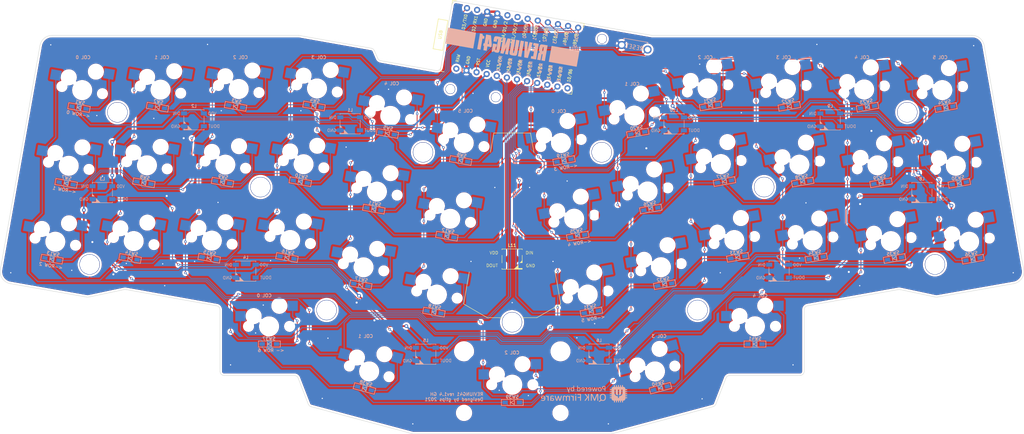
<source format=kicad_pcb>
(kicad_pcb (version 20211014) (generator pcbnew)
  (title_block (title "REVIUNG41") (date "2021-05-31") (rev "1.4"))
  (layers (0 "F.Cu" signal) (31 "B.Cu" signal) (34 "B.Paste" user) (35 "F.Paste" user) (36 "B.SilkS" user "B.Silkscreen") (37 "F.SilkS" user "F.Silkscreen") (38 "B.Mask" user) (39 "F.Mask" user) (44 "Edge.Cuts" user))
  (net 0 "")
  (net 1 "Net-(D1-Pad2)")
  (net 2 "row0")
  (net 3 "Net-(D2-Pad2)")
  (net 4 "Net-(D3-Pad2)")
  (net 5 "Net-(D4-Pad2)")
  (net 6 "Net-(D5-Pad2)")
  (net 7 "Net-(D6-Pad2)")
  (net 8 "row1")
  (net 9 "Net-(D7-Pad2)")
  (net 10 "Net-(D8-Pad2)")
  (net 11 "Net-(D9-Pad2)")
  (net 12 "Net-(D10-Pad2)")
  (net 13 "Net-(D11-Pad2)")
  (net 14 "Net-(D12-Pad2)")
  (net 15 "row2")
  (net 16 "Net-(D13-Pad2)")
  (net 17 "Net-(D14-Pad2)")
  (net 18 "Net-(D15-Pad2)")
  (net 19 "Net-(D16-Pad2)")
  (net 20 "Net-(D17-Pad2)")
  (net 21 "Net-(D18-Pad2)")
  (net 22 "row3")
  (net 23 "Net-(D19-Pad2)")
  (net 24 "Net-(D20-Pad2)")
  (net 25 "Net-(D21-Pad2)")
  (net 26 "Net-(D22-Pad2)")
  (net 27 "Net-(D23-Pad2)")
  (net 28 "Net-(D24-Pad2)")
  (net 29 "row4")
  (net 30 "Net-(D25-Pad2)")
  (net 31 "Net-(D26-Pad2)")
  (net 32 "Net-(D27-Pad2)")
  (net 33 "Net-(D28-Pad2)")
  (net 34 "Net-(D29-Pad2)")
  (net 35 "Net-(D30-Pad2)")
  (net 36 "row5")
  (net 37 "Net-(D31-Pad2)")
  (net 38 "Net-(D32-Pad2)")
  (net 39 "Net-(D33-Pad2)")
  (net 40 "Net-(D34-Pad2)")
  (net 41 "Net-(D35-Pad2)")
  (net 42 "Net-(D36-Pad2)")
  (net 43 "row6")
  (net 44 "Net-(D37-Pad2)")
  (net 45 "Net-(D38-Pad2)")
  (net 46 "Net-(D39-Pad2)")
  (net 47 "Net-(D40-Pad2)")
  (net 48 "Net-(D41-Pad2)")
  (net 49 "LED")
  (net 50 "VCC")
  (net 51 "GND")
  (net 52 "col0")
  (net 53 "col1")
  (net 54 "col2")
  (net 55 "col3")
  (net 56 "col4")
  (net 57 "col5")
  (net 58 "reset")
  (net 59 "Net-(L1-Pad2)")
  (net 60 "Net-(L2-Pad2)")
  (net 61 "Net-(L3-Pad2)")
  (net 62 "Net-(L4-Pad2)")
  (net 63 "Net-(L5-Pad2)")
  (net 64 "Net-(L6-Pad2)")
  (net 65 "Net-(L7-Pad2)")
  (net 66 "Net-(L8-Pad2)")
  (net 67 "Net-(L10-Pad4)")
  (net 68 "Net-(L10-Pad2)")
  (footprint "_reviung-kbd:MXOnly-1U-Hotswap" (layer "F.Cu") (at 38.28 72.1 -10)
    (fp_text reference "SW1")
    (fp_text value "SW_PUSH")
  )
  (footprint "_reviung-kbd:MXOnly-1U-Hotswap" (layer "F.Cu") (at 57.67 71.99 -10)
    (fp_text reference "SW2")
    (fp_text value "SW_PUSH")
  )
  (footprint "_reviung-kbd:MXOnly-1U-Hotswap" (layer "F.Cu") (at 77.02 71.83 -10)
    (fp_text reference "SW3")
    (fp_text value "SW_PUSH")
  )
  (footprint "_reviung-kbd:MXOnly-1U-Hotswap" (layer "F.Cu") (at 96.39 71.69 -10)
    (fp_text reference "SW4")
    (fp_text value "SW_PUSH")
  )
  (footprint "_reviung-kbd:MXOnly-1U-Hotswap" (layer "F.Cu") (at 114.54 78.48 -10)
    (fp_text reference "SW5")
    (fp_text value "SW_PUSH")
  )
  (footprint "_reviung-kbd:MXOnly-1U-Hotswap" (layer "F.Cu") (at 132.71 85.19 -10)
    (fp_text reference "SW6")
    (fp_text value "SW_PUSH")
  )
  (footprint "_reviung-kbd:MXOnly-1U-Hotswap" (layer "F.Cu") (at 34.95 90.83 -10)
    (fp_text reference "SW7")
    (fp_text value "SW_PUSH")
  )
  (footprint "_reviung-kbd:MXOnly-1U-Hotswap" (layer "F.Cu") (at 54.31 90.71 -10)
    (fp_text reference "SW8")
    (fp_text value "SW_PUSH")
  )
  (footprint "_reviung-kbd:MXOnly-1U-Hotswap" (layer "F.Cu") (at 73.71 90.55 -10)
    (fp_text reference "SW9")
    (fp_text value "SW_PUSH")
  )
  (footprint "_reviung-kbd:MXOnly-1U-Hotswap" (layer "F.Cu") (at 93.07 90.44 -10)
    (fp_text reference "SW10")
    (fp_text value "SW_PUSH")
  )
  (footprint "_reviung-kbd:MXOnly-1U-Hotswap" (layer "F.Cu") (at 111.22 97.22 -10)
    (fp_text reference "SW11")
    (fp_text value "SW_PUSH")
  )
  (footprint "_reviung-kbd:MXOnly-1U-Hotswap" (layer "F.Cu") (at 129.37 103.94 -10)
    (fp_text reference "SW12")
    (fp_text value "SW_PUSH")
  )
  (footprint "_reviung-kbd:MXOnly-1U-Hotswap" (layer "F.Cu") (at 31.63 109.62 -10)
    (fp_text reference "SW13")
    (fp_text value "SW_PUSH")
  )
  (footprint "_reviung-kbd:MXOnly-1U-Hotswap" (layer "F.Cu") (at 51.03 109.46 -10)
    (fp_text reference "SW14")
    (fp_text value "SW_PUSH")
  )
  (footprint "_reviung-kbd:MXOnly-1U-Hotswap" (layer "F.Cu") (at 70.37 109.35 -10)
    (fp_text reference "SW15")
    (fp_text value "SW_PUSH")
  )
  (footprint "_reviung-kbd:MXOnly-1U-Hotswap" (layer "F.Cu") (at 89.75462 109.198371 -10)
    (fp_text reference "SW16")
    (fp_text value "SW_PUSH")
  )
  (footprint "_reviung-kbd:MXOnly-1U-Hotswap" (layer "F.Cu") (at 107.91 115.95 -10)
    (fp_text reference "SW17")
    (fp_text value "SW_PUSH")
  )
  (footprint "_reviung-kbd:MXOnly-1U-Hotswap" (layer "F.Cu") (at 126.06 122.71 -10)
    (fp_text reference "SW18")
    (fp_text value "SW_PUSH")
  )
  (footprint "_reviung-kbd:MXOnly-1U-Hotswap" (layer "F.Cu") (at 156.77 85.19 10)
    (fp_text reference "SW19")
    (fp_text value "SW_PUSH")
  )
  (footprint "_reviung-kbd:MXOnly-1U-Hotswap" (layer "F.Cu") (at 174.92 78.41 10)
    (fp_text reference "SW20")
    (fp_text value "SW_PUSH")
  )
  (footprint "_reviung-kbd:MXOnly-1U-Hotswap" (layer "F.Cu") (at 193.05 71.67 10)
    (fp_text reference "SW21")
    (fp_text value "SW_PUSH")
  )
  (footprint "_reviung-kbd:MXOnly-1U-Hotswap" (layer "F.Cu") (at 212.44 71.81 10)
    (fp_text reference "SW22")
    (fp_text value "SW_PUSH")
  )
  (footprint "_reviung-kbd:MXOnly-1U-Hotswap" (layer "F.Cu") (at 231.81 71.94 10)
    (fp_text reference "SW23")
    (fp_text value "SW_PUSH")
  )
  (footprint "_reviung-kbd:MXOnly-1U-Hotswap" (layer "F.Cu") (at 251.15 72.1 10)
    (fp_text reference "SW24")
    (fp_text value "SW_PUSH")
  )
  (footprint "_reviung-kbd:MXOnly-1U-Hotswap" (layer "F.Cu") (at 160.04 103.92 10)
    (fp_text reference "SW25")
    (fp_text value "SW_PUSH")
  )
  (footprint "_reviung-kbd:MXOnly-1U-Hotswap" (layer "F.Cu") (at 178.21 97.18 10)
    (fp_text reference "SW26")
    (fp_text value "SW_PUSH")
  )
  (footprint "_reviung-kbd:MXOnly-1U-Hotswap" (layer "F.Cu") (at 196.34 90.41 10)
    (fp_text reference "SW27")
    (fp_text value "SW_PUSH")
  )
  (footprint "_reviung-kbd:MXOnly-1U-Hotswap" (layer "F.Cu") (at 215.77 90.55 10)
    (fp_text reference "SW28")
    (fp_text value "SW_PUSH")
  )
  (footprint "_reviung-kbd:MXOnly-1U-Hotswap" (layer "F.Cu") (at 235.1 90.71 10)
    (fp_text reference "SW29")
    (fp_text value "SW_PUSH")
  )
  (footprint "_reviung-kbd:MXOnly-1U-Hotswap" (layer "F.Cu") (at 254.49 90.83 10)
    (fp_text reference "SW30")
    (fp_text value "SW_PUSH")
  )
  (footprint "_reviung-kbd:MXOnly-1U-Hotswap" (layer "F.Cu") (at 163.39 122.69 10)
    (fp_text reference "SW31")
    (fp_text value "SW_PUSH")
  )
  (footprint "_reviung-kbd:MXOnly-1U-Hotswap" (layer "F.Cu") (at 181.52 115.93 10)
    (fp_text reference "SW32")
    (fp_text value "SW_PUSH")
  )
  (footprint "_reviung-kbd:MXOnly-1U-Hotswap" (layer "F.Cu") (at 199.67 109.21 10)
    (fp_text reference "SW33")
    (fp_text value "SW_PUSH")
  )
  (footprint "_reviung-kbd:MXOnly-1U-Hotswap" (layer "F.Cu") (at 219.06 109.32 10)
    (fp_text reference "SW34")
    (fp_text value "SW_PUSH")
  )
  (footprint "_reviung-kbd:MXOnly-1U-Hotswap" (layer "F.Cu") (at 238.41 109.48 10)
    (fp_text reference "SW35")
    (fp_text value "SW_PUSH")
  )
  (footprint "_reviung-kbd:MXOnly-1U-Hotswap" (layer "F.Cu") (at 257.78 109.62 10)
    (fp_text reference "SW36")
    (fp_text value "SW_PUSH")
  )
  (footprint "_reviung-kbd:MXOnly-1U-Hotswap" (layer "F.Cu") (at 84.53 130.57)
    (fp_text reference "SW37")
    (fp_text value "SW_PUSH")
  )
  (footprint "_reviung-kbd:MXOnly-1U-Hotswap" (layer "F.Cu") (at 109.302261 141.714882 -15)
    (fp_text reference "SW38")
    (fp_text value "SW_PUSH")
  )
  (footprint "_reviung-kbd:MXOnly-2U-Hotswap-ReversedStabilizers" (layer "F.Cu") (at 144.72 145)
    (fp_text reference "SW39")
    (fp_text value "SW_2U_PUSH")
  )
  (footprint "_reviung-kbd:MXOnly-1U-Hotswap" (layer "F.Cu") (at 180.03 141.71 15)
    (fp_text reference "SW40")
    (fp_text value "SW_PUSH")
  )
  (footprint "_reviung-kbd:MXOnly-1U-Hotswap" (layer "F.Cu") (at 204.77 130.55)
    (fp_text reference "SW41")
    (fp_text value "SW_PUSH")
  )
  (footprint "_reviung-kbd:ProMicro" (layer "F.Cu") (at 146.45 61.82 80)
    (fp_text reference "U1" hide)
    (fp_text value "ProMicro" hide)
  )
  (footprint "_reviung-kbd:LED_WS2812B_PLCC4_5.0x5.0mm_P3.2mm" (layer "F.Cu") (at 144.67 113.92)
    (fp_text reference "L11")
    (fp_text value "WS2812B")
  )
  (footprint "_reviung-kbd:HOLE" (layer "F.Cu") (at 47.01 77.59)
    (fp_text reference "H1")
    (fp_text value "H1")
  )
  (footprint "_reviung-kbd:HOLE" (layer "F.Cu") (at 40.13 115.24)
    (fp_text reference "H2")
    (fp_text value "H2")
  )
  (footprint "_reviung-kbd:HOLE" (layer "F.Cu") (at 82.4 96.1)
    (fp_text reference "H3")
    (fp_text value "H3")
  )
  (footprint "_reviung-kbd:HOLE" (layer "F.Cu") (at 98.77 126.53)
    (fp_text reference "H4")
    (fp_text value "H4")
  )
  (footprint "_reviung-kbd:HOLE" (layer "F.Cu") (at 144.66 129.53)
    (fp_text reference "H6")
    (fp_text value "H6")
  )
  (footprint "_reviung-kbd:HOLE" (layer "F.Cu") (at 190.56 126.53)
    (fp_text reference "H8")
    (fp_text value "H8")
  )
  (footprint "_reviung-kbd:HOLE" (layer "F.Cu") (at 207.05 96.09)
    (fp_text reference "H9")
    (fp_text value "H9")
  )
  (footprint "_reviung-kbd:HOLE" (layer "F.Cu") (at 249.32 115.24)
    (fp_text reference "H10")
    (fp_text value "H10")
  )
  (footprint "_reviung-kbd:HOLE" (layer "F.Cu") (at 242.47 77.58)
    (fp_text reference "H11")
    (fp_text value "H11")
  )
  (footprint "_reviung-kbd:HOLE" (layer "F.Cu") (at 166.84 87.48)
    (fp_text reference "H7")
    (fp_text value "H7")
  )
  (footprint "_reviung-kbd:HOLE" (layer "F.Cu") (at 122.62 87.48)
    (fp_text reference "H5")
    (fp_text value "H5")
  )
  (footprint "_reviung-kbd:HOLE_2.2mm" (layer "F.Cu") (at 166.93 59.42)
    (fp_text reference "H14")
    (fp_text value "H14")
  )
  (footprint "_reviung-kbd:HOLE_2.2mm" (layer "F.Cu") (at 140.63 73.86)
    (fp_text reference "H13")
    (fp_text value "H13")
  )
  (footprint "_reviung-kbd:HOLE_2.2mm" (layer "F.Cu") (at 129.39 71.86)
    (fp_text reference "H12")
    (fp_text value "H12")
  )
  (footprint "_reviung-kbd:D3_SMD_1side" (layer "B.Cu") (at 37.5 76.43 -10)
    (fp_text reference "D1" hide)
    (fp_text value "1N4148W" hide)
  )
  (footprint "_reviung-kbd:D3_SMD_1side" (layer "B.Cu") (at 56.92 76.32 -10)
    (fp_text reference "D2" hide)
    (fp_text value "1N4148W" hide)
  )
  (footprint "_reviung-kbd:D3_SMD_1side" (layer "B.Cu") (at 76.24 76.13 -10)
    (fp_text reference "D3" hide)
    (fp_text value "1N4148W" hide)
  )
  (footprint "_reviung-kbd:D3_SMD_1side" (layer "B.Cu") (at 95.65 76.03 -10)
    (fp_text reference "D4" hide)
    (fp_text value "1N4148W" hide)
  )
  (footprint "_reviung-kbd:D3_SMD_1side" (layer "B.Cu") (at 113.8 82.82 -10)
    (fp_text reference "D5" hide)
    (fp_text value "1N4148W" hide)
  )
  (footprint "_reviung-kbd:D3_SMD_1side" (layer "B.Cu") (at 131.94 89.52 -10)
    (fp_text reference "D6" hide)
    (fp_text value "1N4148W" hide)
  )
  (footprint "_reviung-kbd:D3_SMD_1side" (layer "B.Cu") (at 34.32 95.19 -10)
    (fp_text reference "D7" hide)
    (fp_text value "1N4148W" hide)
  )
  (footprint "_reviung-kbd:D3_SMD_1side" (layer "B.Cu") (at 53.55 95.04 -10)
    (fp_text reference "D8" hide)
    (fp_text value "1N4148W" hide)
  )
  (footprint "_reviung-kbd:D3_SMD_1side" (layer "B.Cu") (at 73.01 94.89 -10)
    (fp_text reference "D9" hide)
    (fp_text value "1N4148W" hide)
  )
  (footprint "_reviung-kbd:D3_SMD_1side" (layer "B.Cu") (at 92.27 94.77 -10)
    (fp_text reference "D10" hide)
    (fp_text value "1N4148W" hide)
  )
  (footprint "_reviung-kbd:D3_SMD_1side" (layer "B.Cu") (at 110.45 101.55 -10)
    (fp_text reference "D11" hide)
    (fp_text value "1N4148W" hide)
  )
  (footprint "_reviung-kbd:D3_SMD_1side" (layer "B.Cu") (at 128.53 108.25 -10)
    (fp_text reference "D12" hide)
    (fp_text value "1N4148W" hide)
  )
  (footprint "_reviung-kbd:D3_SMD_1side" (layer "B.Cu") (at 30.78 113.94 -10)
    (fp_text reference "D13" hide)
    (fp_text value "1N4148W" hide)
  )
  (footprint "_reviung-kbd:D3_SMD_1side" (layer "B.Cu") (at 50.14 113.77 -10)
    (fp_text reference "D14" hide)
    (fp_text value "1N4148W" hide)
  )
  (footprint "_reviung-kbd:D3_SMD_1side" (layer "B.Cu") (at 69.71 113.7 -10)
    (fp_text reference "D15" hide)
    (fp_text value "1N4148W" hide)
  )
  (footprint "_reviung-kbd:D3_SMD_1side" (layer "B.Cu") (at 88.96 113.53 -10)
    (fp_text reference "D16" hide)
    (fp_text value "1N4148W" hide)
  )
  (footprint "_reviung-kbd:D3_SMD_1side" (layer "B.Cu") (at 107.22 120.3 -10)
    (fp_text reference "D17" hide)
    (fp_text value "1N4148W" hide)
  )
  (footprint "_reviung-kbd:D3_SMD_1side" (layer "B.Cu") (at 125.33 127.04 -10)
    (fp_text reference "D18" hide)
    (fp_text value "1N4148W" hide)
  )
  (footprint "_reviung-kbd:D3_SMD_1side" (layer "B.Cu") (at 157.53 89.53 10)
    (fp_text reference "D19" hide)
    (fp_text value "1N4148W" hide)
  )
  (footprint "_reviung-kbd:D3_SMD_1side" (layer "B.Cu") (at 175.78 82.71 10)
    (fp_text reference "D20" hide)
    (fp_text value "1N4148W" hide)
  )
  (footprint "_reviung-kbd:D3_SMD_1side" (layer "B.Cu") (at 193.8 76.01 10)
    (fp_text reference "D21" hide)
    (fp_text value "1N4148W" hide)
  )
  (footprint "_reviung-kbd:D3_SMD_1side" (layer "B.Cu") (at 213.28 76.11 10)
    (fp_text reference "D22" hide)
    (fp_text value "1N4148W" hide)
  )
  (footprint "_reviung-kbd:D3_SMD_1side" (layer "B.Cu") (at 232.63 76.31 10)
    (fp_text reference "D23" hide)
    (fp_text value "1N4148W" hide)
  )
  (footprint "_reviung-kbd:D3_SMD_1side" (layer "B.Cu") (at 252.04 76.41 10)
    (fp_text reference "D24" hide)
    (fp_text value "1N4148W" hide)
  )
  (footprint "_reviung-kbd:D3_SMD_1side" (layer "B.Cu") (at 160.91 108.21 10)
    (fp_text reference "D25" hide)
    (fp_text value "1N4148W" hide)
  )
  (footprint "_reviung-kbd:D3_SMD_1side" (layer "B.Cu") (at 179 101.52 10)
    (fp_text reference "D26" hide)
    (fp_text value "1N4148W" hide)
  )
  (footprint "_reviung-kbd:D3_SMD_1side" (layer "B.Cu") (at 197.22 94.73 10)
    (fp_text reference "D27" hide)
    (fp_text value "1N4148W" hide)
  )
  (footprint "_reviung-kbd:D3_SMD_1side" (layer "B.Cu") (at 216.59 94.86 10)
    (fp_text reference "D28" hide)
    (fp_text value "1N4148W" hide)
  )
  (footprint "_reviung-kbd:D3_SMD_1side" (layer "B.Cu") (at 235.97 95.03 10)
    (fp_text reference "D29" hide)
    (fp_text value "1N4148W" hide)
  )
  (footprint "_reviung-kbd:D3_SMD_1side" (layer "B.Cu") (at 255.35 95.16 10)
    (fp_text reference "D30" hide)
    (fp_text value "1N4148W" hide)
  )
  (footprint "_reviung-kbd:D3_SMD_1side" (layer "B.Cu") (at 164.29 126.99 10)
    (fp_text reference "D31" hide)
    (fp_text value "1N4148W" hide)
  )
  (footprint "_reviung-kbd:D3_SMD_1side" (layer "B.Cu") (at 182.44 120.24 10)
    (fp_text reference "D32" hide)
    (fp_text value "1N4148W" hide)
  )
  (footprint "_reviung-kbd:D3_SMD_1side" (layer "B.Cu") (at 200.53 113.48 10)
    (fp_text reference "D33" hide)
    (fp_text value "1N4148W" hide)
  )
  (footprint "_reviung-kbd:D3_SMD_1side" (layer "B.Cu") (at 219.94 113.64 10)
    (fp_text reference "D34" hide)
    (fp_text value "1N4148W" hide)
  )
  (footprint "_reviung-kbd:D3_SMD_1side" (layer "B.Cu") (at 239.32 113.78 10)
    (fp_text reference "D35" hide)
    (fp_text value "1N4148W" hide)
  )
  (footprint "_reviung-kbd:D3_SMD_1side" (layer "B.Cu") (at 258.73 113.94 10)
    (fp_text reference "D36" hide)
    (fp_text value "1N4148W" hide)
  )
  (footprint "_reviung-kbd:D3_SMD_1side" (layer "B.Cu") (at 84.61 134.94)
    (fp_text reference "D37" hide)
    (fp_text value "1N4148W" hide)
  )
  (footprint "_reviung-kbd:D3_SMD_1side" (layer "B.Cu") (at 108.14 145.94 -15)
    (fp_text reference "D38" hide)
    (fp_text value "1N4148W" hide)
  )
  (footprint "_reviung-kbd:D3_SMD_1side" (layer "B.Cu") (at 144.73 149.39)
    (fp_text reference "D39" hide)
    (fp_text value "1N4148W" hide)
  )
  (footprint "_reviung-kbd:D3_SMD_1side" (layer "B.Cu") (at 181.39 145.86 15)
    (fp_text reference "D40" hide)
    (fp_text value "1N4148W" hide)
  )
  (footprint "_reviung-kbd:D3_SMD_1side" (layer "B.Cu") (at 204.78 134.95)
    (fp_text reference "D41" hide)
    (fp_text value "1N4148W" hide)
  )
  (footprint "_reviung-kbd:ResetSW_1side" (layer "B.Cu") (at 175 61.5 -10)
    (fp_text reference "RESET1" hide)
    (fp_text value "SW_PUSH" hide)
  )
  (footprint "_reviung-kbd:LED_WS2812B_PLCC4_5.0x5.0mm_P3.2mm" (layer "B.Cu") (at 104.59 80.44 180)
    (fp_text reference "L1")
    (fp_text value "WS2812B")
  )
  (footprint "_reviung-kbd:LED_WS2812B_PLCC4_5.0x5.0mm_P3.2mm" (layer "B.Cu") (at 65.94 79.45 180)
    (fp_text reference "L2")
    (fp_text value "WS2812B")
  )
  (footprint "_reviung-kbd:LED_WS2812B_PLCC4_5.0x5.0mm_P3.2mm" (layer "B.Cu") (at 43.27 97.47 180)
    (fp_text reference "L3")
    (fp_text value "WS2812B")
  )
  (footprint "_reviung-kbd:LED_WS2812B_PLCC4_5.0x5.0mm_P3.2mm" (layer "B.Cu") (at 78.76 116.91 180)
    (fp_text reference "L4")
    (fp_text value "WS2812B")
  )
  (footprint "_reviung-kbd:LED_WS2812B_PLCC4_5.0x5.0mm_P3.2mm" (layer "B.Cu") (at 123.31 137.46 180)
    (fp_text reference "L5")
    (fp_text value "WS2812B")
  )
  (footprint "_reviung-kbd:LED_WS2812B_PLCC4_5.0x5.0mm_P3.2mm" (layer "B.Cu") (at 166.19 137.44 180)
    (fp_text reference "L6")
    (fp_text value "WS2812B")
  )
  (footprint "_reviung-kbd:LED_WS2812B_PLCC4_5.0x5.0mm_P3.2mm" (layer "B.Cu") (at 210.74 116.91 180)
    (fp_text reference "L7")
    (fp_text value "WS2812B")
  )
  (footprint "_reviung-kbd:LED_WS2812B_PLCC4_5.0x5.0mm_P3.2mm" (layer "B.Cu") (at 246.09 97.46 180)
    (fp_text reference "L8")
    (fp_text value "WS2812B")
  )
  (footprint "_reviung-kbd:LED_WS2812B_PLCC4_5.0x5.0mm_P3.2mm" (layer "B.Cu") (at 223.4 79.47 180)
    (fp_text reference "L9")
    (fp_text value "WS2812B")
  )
  (footprint "_reviung-kbd:LED_WS2812B_PLCC4_5.0x5.0mm_P3.2mm" (layer "B.Cu") (at 184.74 80.47 180)
    (fp_text reference "L10")
    (fp_text value "WS2812B")
  )
  (footprint "_reviung-kbd:reviung41-bsilk-center-x4-ver1" (layer "B.Cu") (at 144.74 61.49 170)
    (fp_text reference "G***" hide)
    (fp_text value "LOGO" hide)
  )
  (footprint "_reviung-kbd:QMK-x4-ver1" (layer "B.Cu") (at 162.5 147.25 180)
    (fp_text reference "G***" hide)
    (fp_text value "LOGO" hide)
  )
  (gr_line (start 140.14 82.72) (end 149.23 82.72) (layer "F.SilkS") (width 0.12))
  (gr_line (start 150.8 128.41) (end 156.7 125.03) (layer "F.SilkS") (width 0.12))
  (gr_line (start 156.7 125.03) (end 155.29 116.98) (layer "F.SilkS") (width 0.12))
  (gr_line (start 149.23 82.72) (end 150.09 87.56) (layer "F.SilkS") (width 0.12))
  (gr_line (start 138.5 128.41) (end 142.27 128.41) (layer "F.SilkS") (width 0.12))
  (gr_line (start 139.32 87.52) (end 140.14 82.72) (layer "F.SilkS") (width 0.12))
  (gr_line (start 147.12 128.41) (end 150.8 128.41) (layer "F.SilkS") (width 0.12))
  (gr_line (start 134.07 117.1) (end 132.69 125.03) (layer "F.SilkS") (width 0.12))
  (gr_line (start 132.69 125.03) (end 138.5 128.41) (layer "F.SilkS") (width 0.12))
  (gr_curve (pts (xy 110.603226 62.334656) (xy 110.469589 62.027125) (xy 110.190716 61.807041) (xy 109.860547 61.748539)) (layer "Edge.Cuts") (width 0.1))
  (gr_curve (pts (xy 30.796944 58.56683) (xy 29.341625 58.566827) (xy 28.096202 59.611331) (xy 27.842775 61.044414)) (layer "Edge.Cuts") (width 0.1))
  (gr_curve (pts (xy 18.033669 116.513037) (xy 17.744983 118.145501) (xy 18.835089 119.702656) (xy 20.467783 119.990034)) (layer "Edge.Cuts") (width 0.1))
  (gr_curve (pts (xy 94.911727 150.436439) (xy 94.911727 150.436439) (xy 120.098069 157.167762) (xy 120.098069 157.167762)) (layer "Edge.Cuts") (width 0.1))
  (gr_curve (pts (xy 216.957833 141.72) (xy 216.957833 141.72) (xy 216.957833 126.45959) (xy 216.957833 126.45959)) (layer "Edge.Cuts") (width 0.1))
  (gr_curve (pts (xy 120.098069 157.167762) (xy 120.098069 157.167762) (xy 169.284731 157.167762) (xy 169.284731 157.167762)) (layer "Edge.Cuts") (width 0.1))
  (gr_curve (pts (xy 130.935242 50.110192) (xy 130.391325 50.014281) (xy 129.872647 50.377479) (xy 129.776764 50.921401)) (layer "Edge.Cuts") (width 0.1))
  (gr_curve (pts (xy 109.860547 61.748539) (xy 109.860547 61.748539) (xy 91.904428 58.566954) (xy 91.904428 58.566954)) (layer "Edge.Cuts") (width 0.1))
  (gr_curve (pts (xy 91.724407 143.358107) (xy 91.724407 143.358107) (xy 94.237706 149.832241) (xy 94.237706 149.832241)) (layer "Edge.Cuts") (width 0.1))
  (gr_curve (pts (xy 73.39 142.72) (xy 73.39 142.72) (xy 90.792187 142.72) (xy 90.792187 142.72)) (layer "Edge.Cuts") (width 0.1))
  (gr_curve (pts (xy 129.776764 50.921401) (xy 129.776764 50.921401) (xy 127.037491 66.460793) (xy 127.037491 66.460793)) (layer "Edge.Cuts") (width 0.1))
  (gr_curve (pts (xy 249.296488 123.287053) (xy 249.54728 123.340245) (xy 249.80596 123.344723) (xy 250.058442 123.300244)) (layer "Edge.Cuts") (width 0.1))
  (gr_curve (pts (xy 197.605375 143.358841) (xy 197.754504 142.973793) (xy 198.124961 142.72) (xy 198.537879 142.72)) (layer "Edge.Cuts") (width 0.1))
  (gr_curve (pts (xy 268.847815 119.990145) (xy 270.479733 119.702652) (xy 271.569503 118.146533) (xy 271.281741 116.514663)) (layer "Edge.Cuts") (width 0.1))
  (gr_curve (pts (xy 111.433061 64.244307) (xy 111.433061 64.244307) (xy 110.603226 62.334656) (xy 110.603226 62.334656)) (layer "Edge.Cuts") (width 0.1))
  (gr_curve (pts (xy 72.39 141.72) (xy 72.39 142.272285) (xy 72.837715 142.72) (xy 73.39 142.72)) (layer "Edge.Cuts") (width 0.1))
  (gr_curve (pts (xy 49.261455 121.491728) (xy 49.261455 121.491728) (xy 71.566204 125.484389) (xy 71.566204 125.484389)) (layer "Edge.Cuts") (width 0.1))
  (gr_curve (pts (xy 91.904428 58.566954) (xy 91.904428 58.566954) (xy 30.796944 58.56683) (xy 30.796944 58.56683)) (layer "Edge.Cuts") (width 0.1))
  (gr_curve (pts (xy 240.112996 121.489415) (xy 240.366866 121.444103) (xy 240.627103 121.448315) (xy 240.879373 121.501821)) (layer "Edge.Cuts") (width 0.1))
  (gr_curve (pts (xy 40.035273 123.287775) (xy 40.035273 123.287775) (xy 48.496357 121.503476) (xy 48.496357 121.503476)) (layer "Edge.Cuts") (width 0.1))
  (gr_curve (pts (xy 217.782125 125.475147) (xy 217.782125 125.475147) (xy 240.112996 121.489415) (xy 240.112996 121.489415)) (layer "Edge.Cuts") (width 0.1))
  (gr_curve (pts (xy 194.424486 150.436715) (xy 194.732745 150.35418) (xy 194.983102 150.129478) (xy 195.098354 149.8319)) (layer "Edge.Cuts") (width 0.1))
  (gr_curve (pts (xy 169.284731 157.167762) (xy 169.284731 157.167762) (xy 194.424486 150.436715) (xy 194.424486 150.436715)) (layer "Edge.Cuts") (width 0.1))
  (gr_curve (pts (xy 48.496357 121.503476) (xy 48.748257 121.450355) (xy 49.008043 121.446366) (xy 49.261455 121.491728)) (layer "Edge.Cuts") (width 0.1))
  (gr_curve (pts (xy 271.281741 116.514663) (xy 271.281741 116.514663) (xy 261.50045 61.045975) (xy 261.50045 61.045975)) (layer "Edge.Cuts") (width 0.1))
  (gr_curve (pts (xy 94.237706 149.832241) (xy 94.353149 150.129618) (xy 94.603544 150.354074) (xy 94.911727 150.436439)) (layer "Edge.Cuts") (width 0.1))
  (gr_curve (pts (xy 27.842775 61.044414) (xy 27.842775 61.044414) (xy 18.033669 116.513037) (xy 18.033669 116.513037)) (layer "Edge.Cuts") (width 0.1))
  (gr_curve (pts (xy 179.286705 58.566954) (xy 179.286705 58.566954) (xy 130.935242 50.110192) (xy 130.935242 50.110192)) (layer "Edge.Cuts") (width 0.1))
  (gr_curve (pts (xy 20.467783 119.990034) (xy 20.467783 119.990034) (xy 39.275884 123.300537) (xy 39.275884 123.300537)) (layer "Edge.Cuts") (width 0.1))
  (gr_curve (pts (xy 72.39 126.468743) (xy 72.39 126.468743) (xy 72.39 141.72) (xy 72.39 141.72)) (layer "Edge.Cuts") (width 0.1))
  (gr_curve (pts (xy 215.957833 142.72) (xy 216.510118 142.72) (xy 216.957833 142.272285) (xy 216.957833 141.72)) (layer "Edge.Cuts") (width 0.1))
  (gr_curve (pts (xy 127.037491 66.460793) (xy 126.941489 67.005399) (xy 126.421692 67.368689) (xy 125.877264 67.271686)) (layer "Edge.Cuts") (width 0.1))
  (gr_curve (pts (xy 71.566204 125.484389) (xy 72.04294 125.569728) (xy 72.39 125.984429) (xy 72.39 126.468743)) (layer "Edge.Cuts") (width 0.1))
  (gr_curve (pts (xy 112.174798 64.830257) (xy 111.845019 64.771499) (xy 111.566563 64.551527) (xy 111.433061 64.244307)) (layer "Edge.Cuts") (width 0.1))
  (gr_curve (pts (xy 90.792187 142.72) (xy 91.204818 142.72) (xy 91.575079 142.973445) (xy 91.724407 143.358107)) (layer "Edge.Cuts") (width 0.1))
  (gr_curve (pts (xy 195.098354 149.8319) (xy 195.098354 149.8319) (xy 197.605375 143.358841) (xy 197.605375 143.358841)) (layer "Edge.Cuts") (width 0.1))
  (gr_curve (pts (xy 216.957833 126.45959) (xy 216.957833 125.975086) (xy 217.305159 125.560279) (xy 217.782125 125.475147)) (layer "Edge.Cuts") (width 0.1))
  (gr_curve (pts (xy 125.877264 67.271686) (xy 125.877264 67.271686) (xy 112.174798 64.830257) (xy 112.174798 64.830257)) (layer "Edge.Cuts") (width 0.1))
  (gr_curve (pts (xy 258.546033 58.566954) (xy 258.546033 58.566954) (xy 179.286705 58.566954) (xy 179.286705 58.566954)) (layer "Edge.Cuts") (width 0.1))
  (gr_curve (pts (xy 261.50045 61.045975) (xy 261.247625 59.612229) (xy 260.001901 58.566954) (xy 258.546033 58.566954)) (layer "Edge.Cuts") (width 0.1))
  (gr_curve (pts (xy 198.537879 142.72) (xy 198.537879 142.72) (xy 215.957833 142.72) (xy 215.957833 142.72)) (layer "Edge.Cuts") (width 0.1))
  (gr_curve (pts (xy 39.275884 123.300537) (xy 39.527505 123.344826) (xy 39.785282 123.340493) (xy 40.035273 123.287775)) (layer "Edge.Cuts") (width 0.1))
  (gr_curve (pts (xy 240.879373 121.501821) (xy 240.879373 121.501821) (xy 249.296488 123.287053) (xy 249.296488 123.287053)) (layer "Edge.Cuts") (width 0.1))
  (gr_curve (pts (xy 250.058442 123.300244) (xy 250.058442 123.300244) (xy 268.847815 119.990145) (xy 268.847815 119.990145)) (layer "Edge.Cuts") (width 0.1))
  (gr_text "COL 5" (at 160.51 59.73 80) (layer "B.SilkS") (effects (font (size 0.8 0.8)) (justify mirror)))
  (gr_text "ROW 4" (at 151.6 67.36 80) (layer "B.SilkS") (effects (font (size 0.8 0.8)) (justify mirror)))
  (gr_text "ROW 0" (at 141.59 65.51 80) (layer "B.SilkS") (effects (font (size 0.8 0.8)) (justify mirror)))
  (gr_text "ROW 3" (at 149.08 66.89 80) (layer "B.SilkS") (effects (font (size 0.8 0.8)) (justify mirror)))
  (gr_text "ROW 1" (at 144.07 66.07 80) (layer "B.SilkS") (effects (font (size 0.8 0.8)) (justify mirror)))
  (gr_text "ROW 2" (at 146.6 66.45 80) (layer "B.SilkS") (effects (font (size 0.8 0.8)) (justify mirror)))
  (gr_text "ROW 5" (at 154.08 67.8 80) (layer "B.SilkS") (effects (font (size 0.8 0.8)) (justify mirror)))
  (gr_text "ROW 6" (at 156.51 68.15 80) (layer "B.SilkS") (effects (font (size 0.8 0.8)) (justify mirror)))
  (gr_text "<-ROW 0" (at 37.32 78.05 -10) (layer "B.SilkS") (effects (font (size 0.8 0.8)) (justify mirror)))
  (gr_text "<-ROW 3" (at 157.95 91.2 10) (layer "B.SilkS") (effects (font (size 0.8 0.8)) (justify mirror)))
  (gr_text "<-ROW 2" (at 30.52 115.58 -10) (layer "B.SilkS") (effects (font (size 0.8 0.8)) (justify mirror)))
  (gr_text "COL 0" (at 38.5 64) (layer "B.SilkS") (effects (font (size 0.8 0.8)) (justify mirror)))
  (gr_text "COL 2" (at 144.64 137.09) (layer "B.SilkS") (effects (font (size 0.8 0.8)) (justify mirror)))
  (gr_text "<-ROW 1" (at 33.86 96.8 -10) (layer "B.SilkS") (effects (font (size 0.8 0.8)) (justify mirror)))
  (gr_text "COL 2" (at 153.03 58.38 80) (layer "B.SilkS") (effects (font (size 0.8 0.8)) (justify mirror)))
  (gr_text "<-ROW 5" (at 164.73 128.65 10) (layer "B.SilkS") (effects (font (size 0.8 0.8)) (justify mirror)))
  (gr_text "COL 3" (at 96.84 64) (layer "B.SilkS") (effects (font (size 0.8 0.8)) (justify mirror)))
  (gr_text "COL 0" (at 83.33 122.94) (layer "B.SilkS") (effects (font (size 0.8 0.8)) (justify mirror)))
  (gr_text "COL 2" (at 77.45 64) (layer "B.SilkS") (effects (font (size 0.8 0.8)) (justify mirror)))
  (gr_text "<- ROW 6" (at 85 136.5) (layer "B.SilkS") (effects (font (size 0.8 0.8)) (justify mirror)))
  (gr_text "COL 2" (at 192.49 64) (layer "B.SilkS") (effects (font (size 0.8 0.8)) (justify mirror)))
  (gr_text "COL 4" (at 206.05 122.96) (layer "B.SilkS") (effects (font (size 0.8 0.8)) (justify mirror)))
  (gr_text "COL 1" (at 174.36 70.58) (layer "B.SilkS") (effects (font (size 0.8 0.8)) (justify mirror)))
  (gr_text "COL 3" (at 155.51 58.82 80) (layer "B.SilkS") (effects (font (size 0.8 0.8)) (justify mirror)))
  (gr_text "COL 4" (at 114.88 70.47) (layer "B.SilkS") (effects (font (size 0.8 0.8)) (justify mirror)))
  (gr_text "COL 1" (at 150.5 58 80) (layer "B.SilkS") (effects (font (size 0.8 0.8)) (justify mirror)))
  (gr_text "COL 4" (at 158.03 59.29 80) (layer "B.SilkS") (effects (font (size 0.8 0.8)) (justify mirror)))
  (gr_text "COL 0" (at 148 57.5 80) (layer "B.SilkS") (effects (font (size 0.8 0.8)) (justify mirror)))
  (gr_text "COL 5" (at 133.13 77.25) (layer "B.SilkS") (effects (font (size 0.8 0.8)) (justify mirror)))
  (gr_text "COL 1" (at 108.41 133) (layer "B.SilkS") (effects (font (size 0.8 0.8)) (justify mirror)))
  (gr_text "COL 5" (at 250.59 64) (layer "B.SilkS") (effects (font (size 0.8 0.8)) (justify mirror)))
  (gr_text "COL 4" (at 231.26 64) (layer "B.SilkS") (effects (font (size 0.8 0.8)) (justify mirror)))
  (gr_text "<-ROW 4" (at 161.36 109.91 10) (layer "B.SilkS") (effects (font (size 0.8 0.8)) (justify mirror)))
  (gr_text "COL 1" (at 58.01 64) (layer "B.SilkS") (effects (font (size 0.8 0.8)) (justify mirror)))
  (gr_text "REVIUNG41 rev1.4 GH\nDesigned by gtips 2021" (at 137.64 148) (layer "B.SilkS") (effects (font (size 0.8 0.8)) (justify left mirror)))
  (gr_text "COL 0" (at 156.23 77.34) (layer "B.SilkS") (effects (font (size 0.8 0.8)) (justify mirror)))
  (gr_text "COL 3" (at 181.05 133) (layer "B.SilkS") (effects (font (size 0.8 0.8)) (justify mirror)))
  (gr_text "COL 3" (at 211.87 64) (layer "B.SilkS") (effects (font (size 0.8 0.8)) (justify mirror)))
  (segment (start 44.91538 68.111629) (end 44.91538 74.28462) (width 0.2) (layer "B.Cu") (net 1))
  (segment (start 44.91538 74.28462) (end 42.461774 76.738226) (width 0.2) (layer "B.Cu") (net 1))
  (segment (start 42.461774 76.738226) (end 39.248034 76.738226) (width 0.2) (layer "B.Cu") (net 1))
  (segment (start 96.4 78) (end 96.4 82) (width 0.2) (layer "F.Cu") (net 2))
  (via (at 96.4 78) (size 0.6) (drill 0.3) (layers "F.Cu" "B.Cu") (net 2))
  (via (at 96.4 82) (size 0.6) (drill 0.3) (layers "F.Cu" "B.Cu") (net 2))
  (segment (start 93.901966 75.721774) (end 89.178186 75.721774) (width 0.2) (layer "B.Cu") (net 2))
  (segment (start 96.4 82) (end 98.7 84.3) (width 0.2) (layer "B.Cu") (net 2))
  (segment (start 116.1 85.2) (end 116.1 86.7) (width 0.2) (layer "B.Cu") (net 2))
  (segment (start 75.521774 75.821774) (end 77.94998 78.24998) (width 0.2) (layer "B.Cu") (net 2))
  (segment (start 126.888226 89.211774) (end 130.191966 89.211774) (width 0.2) (layer "B.Cu") (net 2))
  (segment (start 112.051966 82.511774) (end 113.411774 82.511774) (width 0.2) (layer "B.Cu") (net 2))
  (segment (start 62.841104 75.821774) (end 74.491966 75.821774) (width 0.2) (layer "B.Cu") (net 2))
  (segment (start 141.091109 90.708891) (end 142.95 88.85) (width 0.2) (layer "B.Cu") (net 2))
  (segment (start 142.95 70.636814) (end 142.95 88.85) (width 0.2) (layer "B.Cu") (net 2))
  (segment (start 35.751966 76.121774) (end 35.751966 76.151966) (width 0.2) (layer "B.Cu") (net 2))
  (segment (start 89.178186 75.721774) (end 86.64998 78.24998) (width 0.2) (layer "B.Cu") (net 2))
  (segment (start 56.311774 76.011774) (end 57.808891 77.508891) (width 0.2) (layer "B.Cu") (net 2))
  (segment (start 131.689083 90.708891) (end 141.091109 90.708891) (width 0.2) (layer "B.Cu") (net 2))
  (segment (start 125 91.1) (end 126.888226 89.211774) (width 0.2) (layer "B.Cu") (net 2))
  (segment (start 98.7 84.3) (end 110.26374 84.3) (width 0.2) (layer "B.Cu") (net 2))
  (segment (start 110.26374 84.3) (end 112.051966 82.511774) (width 0.2) (layer "B.Cu") (net 2))
  (segment (start 94.121774 75.721774) (end 96.4 78) (width 0.2) (layer "B.Cu") (net 2))
  (segment (start 55.171966 76.011774) (end 56.311774 76.011774) (width 0.2) (layer "B.Cu") (net 2))
  (segment (start 40.29999 80.69999) (end 50.48375 80.69999) (width 0.2) (layer "B.Cu") (net 2))
  (segment (start 120.5 91.1) (end 125 91.1) (width 0.2) (layer "B.Cu") (net 2))
  (segment (start 140.876381 68.563195) (end 142.95 70.636814) (width 0.2) (layer "B.Cu") (net 2))
  (segment (start 130.191966 89.211774) (end 131.689083 90.708891) (width 0.2) (layer "B.Cu") (net 2))
  (segment (start 50.48375 80.69999) (end 55.171966 76.011774) (width 0.2) (layer "B.Cu") (net 2))
  (segment (start 74.491966 75.821774) (end 75.521774 75.821774) (width 0.2) (layer "B.Cu") (net 2))
  (segment (start 57.808891 77.508891) (end 61.153987 77.508891) (width 0.2) (layer "B.Cu") (net 2))
  (segment (start 116.1 86.7) (end 120.5 91.1) (width 0.2) (layer "B.Cu") (net 2))
  (segment (start 77.94998 78.24998) (end 86.64998 78.24998) (width 0.2) (layer "B.Cu") (net 2))
  (segment (start 93.901966 75.721774) (end 94.121774 75.721774) (width 0.2) (layer "B.Cu") (net 2))
  (segment (start 35.751966 76.151966) (end 40.29999 80.69999) (width 0.2) (layer "B.Cu") (net 2))
  (segment (start 113.411774 82.511774) (end 116.1 85.2) (width 0.2) (layer "B.Cu") (net 2))
  (segment (start 61.153987 77.508891) (end 62.841104 75.821774) (width 0.2) (layer "B.Cu") (net 2))
  (segment (start 58.668034 76.628226) (end 60.49626 74.8) (width 0.2) (layer "B.Cu") (net 3))
  (segment (start 60.49626 74.8) (end 60.49626 71.810749) (width 0.2) (layer "B.Cu") (net 3))
  (segment (start 60.49626 71.810749) (end 64.30538 68.001629) (width 0.2) (layer "B.Cu") (net 3))
  (segment (start 83.65538 67.841629) (end 83.65538 74.14462) (width 0.2) (layer "B.Cu") (net 4))
  (segment (start 83.65538 74.14462) (end 81.361774 76.438226) (width 0.2) (layer "B.Cu") (net 4))
  (segment (start 81.361774 76.438226) (end 77.988034 76.438226) (width 0.2) (layer "B.Cu") (net 4))
  (segment (start 100.761774 76.338226) (end 97.398034 76.338226) (width 0.2) (layer "B.Cu") (net 5))
  (segment (start 103.02538 74.07462) (end 100.761774 76.338226) (width 0.2) (layer "B.Cu") (net 5))
  (segment (start 103.02538 67.701629) (end 103.02538 74.07462) (width 0.2) (layer "B.Cu") (net 5))
  (segment (start 121.17538 77.97538) (end 121.17538 81.42462) (width 0.2) (layer "F.Cu") (net 6))
  (segment (start 121.17538 81.42462) (end 119.5 83.1) (width 0.2) (layer "F.Cu") (net 6))
  (via (at 119.5 83.1) (size 0.6) (drill 0.3) (layers "F.Cu" "B.Cu") (net 6))
  (via (at 121.17538 77.97538) (size 0.6) (drill 0.3) (layers "F.Cu" "B.Cu") (net 6))
  (segment (start 115.57626 83.1) (end 115.548034 83.128226) (width 0.2) (layer "B.Cu") (net 6))
  (segment (start 121.17538 74.491629) (end 121.17538 77.97538) (width 0.2) (layer "B.Cu") (net 6))
  (segment (start 119.5 83.1) (end 115.57626 83.1) (width 0.2) (layer "B.Cu") (net 6))
  (segment (start 139.34538 81.201629) (end 139.34538 86.95462) (width 0.2) (layer "B.Cu") (net 7))
  (segment (start 139.34538 86.95462) (end 136.471774 89.828226) (width 0.2) (layer "B.Cu") (net 7))
  (segment (start 136.471774 89.828226) (end 133.688034 89.828226) (width 0.2) (layer "B.Cu") (net 7))
  (segment (start 108.701966 101.241774) (end 108.741774 101.241774) (width 0.2) (layer "B.Cu") (net 8))
  (segment (start 38.286808 96.378891) (end 39.001784 95.663914) (width 0.2) (layer "B.Cu") (net 8))
  (segment (start 128.279083 109.438891) (end 126.781966 107.941774) (width 0.2) (layer "B.Cu") (net 8))
  (segment (start 72.759083 96.078891) (end 77.386807 96.078891) (width 0.2) (layer "B.Cu") (net 8))
  (segment (start 140.161109 109.438891) (end 128.279083 109.438891) (width 0.2) (layer "B.Cu") (net 8))
  (segment (start 53.299083 96.228891) (end 62.783107 96.228891) (width 0.2) (layer "B.Cu") (net 8))
  (segment (start 97.301966 101.241774) (end 108.701966 101.241774) (width 0.2) (layer "B.Cu") (net 8))
  (segment (start 71.261966 94.581774) (end 72.759083 96.078891) (width 0.2) (layer "B.Cu") (net 8))
  (segment (start 51.801966 94.731774) (end 53.299083 96.228891) (width 0.2) (layer "B.Cu") (net 8))
  (segment (start 34.069083 96.378891) (end 38.286808 96.378891) (width 0.2) (layer "B.Cu") (net 8))
  (segment (start 143.377792 69.004262) (end 143.377792 106.222208) (width 0.2) (layer "B.Cu") (net 8))
  (segment (start 143.377792 106.222208) (end 140.161109 109.438891) (width 0.2) (layer "B.Cu") (net 8))
  (segment (start 32.571966 94.881774) (end 34.069083 96.378891) (width 0.2) (layer "B.Cu") (net 8))
  (segment (start 80.745388 92.72031) (end 88.780502 92.72031) (width 0.2) (layer "B.Cu") (net 8))
  (segment (start 39.001784 95.663914) (end 42.734319 91.931379) (width 0.2) (layer "B.Cu") (net 8))
  (segment (start 50.865863 94.731774) (end 48.065468 91.931379) (width 0.2) (layer "B.Cu") (net 8))
  (segment (start 48.065468 91.931379) (end 47.468621 91.931379) (width 0.2) (layer "B.Cu") (net 8))
  (segment (start 90.521966 94.461774) (end 97.301966 101.241774) (width 0.2) (layer "B.Cu") (net 8))
  (segment (start 64.430224 94.581774) (end 71.261966 94.581774) (width 0.2) (layer "B.Cu") (net 8))
  (segment (start 77.386807 96.078891) (end 80.745388 92.72031) (width 0.2) (layer "B.Cu") (net 8))
  (segment (start 62.783107 96.228891) (end 64.430224 94.581774) (width 0.2) (layer "B.Cu") (net 8))
  (segment (start 51.801966 94.731774) (end 50.865863 94.731774) (width 0.2) (layer "B.Cu") (net 8))
  (segment (start 47.468621 91.931379) (end 48.065469 91.931379) (width 0.2) (layer "B.Cu") (net 8))
  (segment (start 42.734319 91.931379) (end 47.468621 91.931379) (width 0.2) (layer "B.Cu") (net 8))
  (segment (start 115.441774 107.941774) (end 126.781966 107.941774) (width 0.2) (layer "B.Cu") (net 8))
  (segment (start 108.741774 101.241774) (end 115.441774 107.941774) (width 0.2) (layer "B.Cu") (net 8))
  (segment (start 88.780502 92.72031) (end 90.521966 94.461774) (width 0.2) (layer "B.Cu") (net 8))
  (segment (start 38.601774 95.498226) (end 36.068034 95.498226) (width 0.2) (layer "B.Cu") (net 9))
  (segment (start 41.58538 92.51462) (end 38.601774 95.498226) (width 0.2) (layer "B.Cu") (net 9))
  (segment (start 41.58538 86.841629) (end 41.58538 92.51462) (width 0.2) (layer "B.Cu") (net 9))
  (segment (start 58.551774 95.348226) (end 55.298034 95.348226) (width 0.2) (layer "B.Cu") (net 10))
  (segment (start 60.94538 92.95462) (end 58.551774 95.348226) (width 0.2) (layer "B.Cu") (net 10))
  (segment (start 60.94538 86.721629) (end 60.94538 92.95462) (width 0.2) (layer "B.Cu") (net 10))
  (segment (start 77.701774 95.198226) (end 74.758034 95.198226) (width 0.2) (layer "B.Cu") (net 11))
  (segment (start 80.34538 86.561629) (end 80.34538 92.55462) (width 0.2) (layer "B.Cu") (net 11))
  (segment (start 80.34538 92.55462) (end 77.701774 95.198226) (width 0.2) (layer "B.Cu") (net 11))
  (segment (start 99.70538 86.451629) (end 99.70538 92.59462) (width 0.2) (layer "B.Cu") (net 12))
  (segment (start 99.70538 92.59462) (end 97.221774 95.078226) (width 0.2) (layer "B.Cu") (net 12))
  (segment (start 97.221774 95.078226) (end 94.018034 95.078226) (width 0.2) (layer "B.Cu") (net 12))
  (segment (start 117.85538 93.231629) (end 117.85538 99.84462) (width 0.2) (layer "B.Cu") (net 13))
  (segment (start 117.85538 99.84462) (end 115.841774 101.858226) (width 0.2) (layer "B.Cu") (net 13))
  (segment (start 115.841774 101.858226) (end 112.198034 101.858226) (width 0.2) (layer "B.Cu") (net 13))
  (segment (start 136.00538 99.951629) (end 136.00538 105.49462) (width 0.2) (layer "B.Cu") (net 14))
  (segment (start 132.941774 108.558226) (end 130.278034 108.558226) (width 0.2) (layer "B.Cu") (net 14))
  (segment (start 136.00538 105.49462) (end 132.941774 108.558226) (width 0.2) (layer "B.Cu") (net 14))
  (segment (start 29.031966 113.631774) (end 29.031966 113.631966) (width 0.2) (layer "B.Cu") (net 15))
  (segment (start 100.118891 114.718891) (end 90.086899 114.718891) (width 0.2) (layer "B.Cu") (net 15))
  (segment (start 138.671109 128.228891) (end 125.079083 128.228891) (width 0.2) (layer "B.Cu") (net 15))
  (segment (start 55.741109 114.958891) (end 51.266898 114.958891) (width 0.2) (layer "B.Cu") (net 15))
  (segment (start 49.9 113.591993) (end 48.522185 113.591993) (width 0.2) (layer "B.Cu") (net 15))
  (segment (start 57.308226 113.391774) (end 55.741109 114.958891) (width 0.2) (layer "B.Cu") (net 15))
  (segment (start 48.522185 113.591993) (end 48.391966 113.461774) (width 0.2) (layer "B.Cu") (net 15))
  (segment (start 51.266898 114.958891) (end 49.9 113.591993) (width 0.2) (layer "B.Cu") (net 15))
  (segment (start 68.022185 113.451993) (end 67.961966 113.391774) (width 0.2) (layer "B.Cu") (net 15))
  (segment (start 88.589781 113.221774) (end 87.211966 113.221774) (width 0.2) (layer "B.Cu") (net 15))
  (segment (start 105.471966 119.991774) (end 105.391774 119.991774) (width 0.2) (layer "B.Cu") (net 15))
  (segment (start 34.5 119.1) (end 42.75374 119.1) (width 0.2) (layer "B.Cu") (net 15))
  (segment (start 143.777802 73.190802) (end 143.777802 123.122198) (width 0.2) (layer "B.Cu") (net 15))
  (segment (start 125.079083 128.228891) (end 123.581966 126.731774) (width 0.2) (layer "B.Cu") (net 15))
  (segment (start 106.849781 119.991774) (end 105.471966 119.991774) (width 0.2) (layer "B.Cu") (net 15))
  (segment (start 113.589781 126.731774) (end 106.849781 119.991774) (width 0.2) (layer "B.Cu") (net 15))
  (segment (start 70.836898 114.888891) (end 69.4 113.451993) (width 0.2) (layer "B.Cu") (net 15))
  (segment (start 29.031966 113.631966) (end 34.5 119.1) (width 0.2) (layer "B.Cu") (net 15))
  (segment (start 145.879204 69.445328) (end 145.879204 71.0894) (width 0.2) (layer "B.Cu") (net 15))
  (segment (start 42.75374 119.1) (end 48.391966 113.461774) (width 0.2) (layer "B.Cu") (net 15))
  (segment (start 145.879204 71.0894) (end 143.777802 73.190802) (width 0.2) (layer "B.Cu") (net 15))
  (segment (start 75.543924 113.221774) (end 73.876807 114.888891) (width 0.2) (layer "B.Cu") (net 15))
  (segment (start 123.581966 126.731774) (end 113.589781 126.731774) (width 0.2) (layer "B.Cu") (net 15))
  (segment (start 143.777802 123.122198) (end 138.671109 128.228891) (width 0.2) (layer "B.Cu") (net 15))
  (segment (start 73.876807 114.888891) (end 70.836898 114.888891) (width 0.2) (layer "B.Cu") (net 15))
  (segment (start 67.961966 113.391774) (end 57.308226 113.391774) (width 0.2) (layer "B.Cu") (net 15))
  (segment (start 90.086899 114.718891) (end 88.589781 113.221774) (width 0.2) (layer "B.Cu") (net 15))
  (segment (start 69.4 113.451993) (end 68.022185 113.451993) (width 0.2) (layer "B.Cu") (net 15))
  (segment (start 87.211966 113.221774) (end 75.543924 113.221774) (width 0.2) (layer "B.Cu") (net 15))
  (segment (start 105.391774 119.991774) (end 100.118891 114.718891) (width 0.2) (layer "B.Cu") (net 15))
  (segment (start 38.26538 111.73462) (end 35.751774 114.248226) (width 0.2) (layer "B.Cu") (net 16))
  (segment (start 35.751774 114.248226) (end 32.528034 114.248226) (width 0.2) (layer "B.Cu") (net 16))
  (segment (start 38.26538 105.631629) (end 38.26538 111.73462) (width 0.2) (layer "B.Cu") (net 16))
  (segment (start 57.66538 105.471629) (end 57.66538 112.33462) (width 0.2) (layer "B.Cu") (net 17))
  (segment (start 57.66538 112.33462) (end 55.921774 114.078226) (width 0.2) (layer "B.Cu") (net 17))
  (segment (start 55.921774 114.078226) (end 51.888034 114.078226) (width 0.2) (layer "B.Cu") (net 17))
  (segment (start 77.00538 111.19462) (end 74.191774 114.008226) (width 0.2) (layer "B.Cu") (net 18))
  (segment (start 74.191774 114.008226) (end 71.458034 114.008226) (width 0.2) (layer "B.Cu") (net 18))
  (segment (start 77.00538 105.361629) (end 77.00538 111.19462) (width 0.2) (layer "B.Cu") (net 18))
  (segment (start 96.39 111.11) (end 93.661774 113.838226) (width 0.2) (layer "B.Cu") (net 19))
  (segment (start 96.39 105.21) (end 96.39 111.11) (width 0.2) (layer "B.Cu") (net 19))
  (segment (start 93.661774 113.838226) (end 90.708034 113.838226) (width 0.2) (layer "B.Cu") (net 19))
  (segment (start 114.54538 118.35462) (end 112.291774 120.608226) (width 0.2) (layer "B.Cu") (net 20))
  (segment (start 112.291774 120.608226) (end 108.968034 120.608226) (width 0.2) (layer "B.Cu") (net 20))
  (segment (start 114.54538 111.961629) (end 114.54538 118.35462) (width 0.2) (layer "B.Cu") (net 20))
  (segment (start 132.69538 118.721629) (end 132.69538 124.70462) (width 0.2) (layer "B.Cu") (net 21))
  (segment (start 130.051774 127.348226) (end 127.078034 127.348226) (width 0.2) (layer "B.Cu") (net 21))
  (segment (start 132.69538 124.70462) (end 130.051774 127.348226) (width 0.2) (layer "B.Cu") (net 21))
  (segment (start 179.899999 75.000001) (end 189.399999 75.000001) (width 0.2) (layer "B.Cu") (net 22))
  (segment (start 211.531966 76.418226) (end 213.461718 76.418226) (width 0.2) (layer "B.Cu") (net 22))
  (segment (start 216.271746 76.828254) (end 218.4 74.7) (width 0.2) (layer "B.Cu") (net 22))
  (segment (start 177.8 77.1) (end 179.899999 75.000001) (width 0.2) (layer "B.Cu") (net 22))
  (segment (start 224.6 74.7) (end 225.6 75.7) (width 0.2) (layer "B.Cu") (net 22))
  (segment (start 229.96374 75.7) (end 230.881966 76.618226) (width 0.2) (layer "B.Cu") (net 22))
  (segment (start 174.031966 83.018226) (end 174.691993 83.018226) (width 0.2) (layer "B.Cu") (net 22))
  (segment (start 157.64374 91.7) (end 168.3 91.7) (width 0.2) (layer "B.Cu") (net 22))
  (segment (start 225.6 75.7) (end 229.96374 75.7) (width 0.2) (layer "B.Cu") (net 22))
  (segment (start 189.399999 75.000001) (end 190.718224 76.318226) (width 0.2) (layer "B.Cu") (net 22))
  (segment (start 249.281774 76.718226) (end 250.291966 76.718226) (width 0.2) (layer "B.Cu") (net 22))
  (segment (start 145.3 89.8) (end 155.74374 89.8) (width 0.2) (layer "B.Cu") (net 22))
  (segment (start 244.30002 81.69998) (end 249.281774 76.718226) (width 0.2) (layer "B.Cu") (net 22))
  (segment (start 144.2 88.7) (end 145.3 89.8) (width 0.2) (layer "B.Cu") (net 22))
  (segment (start 213.461718 76.418226) (end 213.871746 76.828254) (width 0.2) (layer "B.Cu") (net 22))
  (segment (start 172.6 84.450192) (end 174.031966 83.018226) (width 0.2) (layer "B.Cu") (net 22))
  (segment (start 190.718224 76.318226) (end 192.051966 76.318226) (width 0.2) (layer "B.Cu") (net 22))
  (segment (start 147.371896 70.895115) (end 146.639187 70.895115) (width 0.2) (layer "B.Cu") (net 22))
  (segment (start 218.4 74.7) (end 224.6 74.7) (width 0.2) (layer "B.Cu") (net 22))
  (segment (start 235.24421 77.36999) (end 239.5742 81.69998) (width 0.2) (layer "B.Cu") (net 22))
  (segment (start 177.8 79.910219) (end 177.8 77.1) (width 0.2) (layer "B.Cu") (net 22))
  (segment (start 239.5742 81.69998) (end 244.30002 81.69998) (width 0.2) (layer "B.Cu") (net 22))
  (segment (start 174.691993 83.018226) (end 177.8 79.910219) (width 0.2) (layer "B.Cu") (net 22))
  (segment (start 144.2 73.334302) (end 144.2 88.7) (width 0.2) (layer "B.Cu") (net 22))
  (segment (start 168.3 91.7) (end 172.6 87.4) (width 0.2) (layer "B.Cu") (net 22))
  (segment (start 148.380616 69.886395) (end 147.371896 70.895115) (width 0.2) (layer "B.Cu") (net 22))
  (segment (start 192.461994 76.728254) (end 211.221938 76.728254) (width 0.2) (layer "B.Cu") (net 22))
  (segment (start 172.6 87.4) (end 172.6 84.450192) (width 0.2) (layer "B.Cu") (net 22))
  (segment (start 211.221938 76.728254) (end 211.531966 76.418226) (width 0.2) (layer "B.Cu") (net 22))
  (segment (start 231.63373 77.36999) (end 235.24421 77.36999) (width 0.2) (layer "B.Cu") (net 22))
  (segment (start 146.639187 70.895115) (end 144.2 73.334302) (width 0.2) (layer "B.Cu") (net 22))
  (segment (start 155.74374 89.8) (end 155.781966 89.838226) (width 0.2) (layer "B.Cu") (net 22))
  (segment (start 230.881966 76.618226) (end 231.63373 77.36999) (width 0.2) (layer "B.Cu") (net 22))
  (segment (start 213.871746 76.828254) (end 216.271746 76.828254) (width 0.2) (layer "B.Cu") (net 22))
  (segment (start 192.051966 76.318226) (end 192.461994 76.728254) (width 0.2) (layer "B.Cu") (net 22))
  (segment (start 155.781966 89.838226) (end 157.64374 91.7) (width 0.2) (layer "B.Cu") (net 22))
  (segment (start 160.597822 80.216016) (end 160.597822 87.901986) (width 0.2) (layer "B.Cu") (net 23))
  (segment (start 160.597822 87.901986) (end 159.278034 89.221774) (width 0.2) (layer "B.Cu") (net 23))
  (segment (start 161.641114 79.172724) (end 160.597822 80.216016) (width 0.2) (layer "B.Cu") (net 23))
  (segment (start 182.9 77) (end 182.9 74.4) (width 0.2) (layer "F.Cu") (net 24))
  (segment (start 179.3 80.6) (end 182.9 77) (width 0.2) (layer "F.Cu") (net 24))
  (via (at 179.3 80.6) (size 0.6) (drill 0.3) (layers "F.Cu" "B.Cu") (net 24))
  (via (at 182.9 74.4) (size 0.6) (drill 0.3) (layers "F.Cu" "B.Cu") (net 24))
  (segment (start 179.791114 72.392724) (end 180.892724 72.392724) (width 0.2) (layer "B.Cu") (net 24))
  (segment (start 180.892724 72.392724) (end 182.9 74.4) (width 0.2) (layer "B.Cu") (net 24))
  (segment (start 177.528034 82.401774) (end 177.528034 82.371966) (width 0.2) (layer "B.Cu") (net 24))
  (segment (start 177.528034 82.371966) (end 179.3 80.6) (width 0.2) (layer "B.Cu") (net 24))
  (segment (start 196.877822 66.696016) (end 196.877822 74.371986) (width 0.2) (layer "B.Cu") (net 25))
  (segment (start 197.921114 65.652724) (end 196.877822 66.696016) (width 0.2) (layer "B.Cu") (net 25))
  (segment (start 196.877822 74.371986) (end 195.548034 75.701774) (width 0.2) (layer "B.Cu") (net 25))
  (segment (start 216.267822 66.836016) (end 216.267822 74.561986) (width 0.2) (layer "B.Cu") (net 26))
  (segment (start 216.267822 74.561986) (end 215.028034 75.801774) (width 0.2) (layer "B.Cu") (net 26))
  (segment (start 217.311114 65.792724) (end 216.267822 66.836016) (width 0.2) (layer "B.Cu") (net 26))
  (segment (start 235.637822 74.741986) (end 234.378034 76.001774) (width 0.2) (layer "B.Cu") (net 27))
  (segment (start 235.637822 66.966016) (end 235.637822 74.741986) (width 0.2) (layer "B.Cu") (net 27))
  (segment (start 236.681114 65.922724) (end 235.637822 66.966016) (width 0.2) (layer "B.Cu") (net 27))
  (segment (start 256.021114 66.082724) (end 254.977822 67.126016) (width 0.2) (layer "B.Cu") (net 28))
  (segment (start 254.977822 74.911986) (end 253.788034 76.101774) (width 0.2) (layer "B.Cu") (net 28))
  (segment (start 254.977822 67.126016) (end 254.977822 74.911986) (width 0.2) (layer "B.Cu") (net 28))
  (segment (start 145 105.7) (end 145 88.4) (width 0.2) (layer "F.Cu") (net 29))
  (via (at 145 88.4) (size 0.6) (drill 0.3) (layers "F.Cu" "B.Cu") (net 29))
  (via (at 145 105.7) (size 0.6) (drill 0.3) (layers "F.Cu" "B.Cu") (net 29))
  (segment (start 250.616266 95.468226) (end 253.601966 95.468226) (width 0.2) (layer "B.Cu") (net 29))
  (segment (start 214.841966 95.168226) (end 215.251994 95.578254) (width 0.2) (layer "B.Cu") (net 29))
  (segment (start 209.4 99.9) (end 201.9 99.9) (width 0.2) (layer "B.Cu") (net 29))
  (segment (start 144.60001 73.49999) (end 144.60001 87.50001) (width 0.2) (layer "B.Cu") (net 29))
  (segment (start 246.91691 91.76887) (end 250.616266 95.468226) (width 0.2) (layer "B.Cu") (net 29))
  (segment (start 201.9 99.9) (end 197.038226 95.038226) (width 0.2) (layer "B.Cu") (net 29))
  (segment (start 188.4 95.061609) (end 195.448583 95.061609) (width 0.2) (layer "B.Cu") (net 29))
  (segment (start 147.818226 108.518226) (end 145 105.7) (width 0.2) (layer "B.Cu") (net 29))
  (segment (start 195.448583 95.061609) (end 195.471966 95.038226) (width 0.2) (layer "B.Cu") (net 29))
  (segment (start 170.151938 108.928254) (end 177.251966 101.828226) (width 0.2) (layer "B.Cu") (net 29))
  (segment (start 150.882027 70.327461) (end 149.914363 71.295125) (width 0.2) (layer "B.Cu") (net 29))
  (segment (start 159.571994 108.928254) (end 170.151938 108.928254) (width 0.2) (layer "B.Cu") (net 29))
  (segment (start 234.486179 95.602439) (end 238.33917 95.602439) (width 0.2) (layer "B.Cu") (net 29))
  (segment (start 149.914363 71.295125) (end 146.804875 71.295125) (width 0.2) (layer "B.Cu") (net 29))
  (segment (start 177.251966 101.828226) (end 177.661994 102.238254) (width 0.2) (layer "B.Cu") (net 29))
  (segment (start 159.161966 108.518226) (end 147.818226 108.518226) (width 0.2) (layer "B.Cu") (net 29))
  (segment (start 234.221966 95.338226) (end 234.486179 95.602439) (width 0.2) (layer "B.Cu") (net 29))
  (segment (start 238.33917 95.602439) (end 242.172739 91.76887) (width 0.2) (layer "B.Cu") (net 29))
  (segment (start 214.841966 95.168226) (end 214.131774 95.168226) (width 0.2) (layer "B.Cu") (net 29))
  (segment (start 215.251994 95.578254) (end 233.981938 95.578254) (width 0.2) (layer "B.Cu") (net 29))
  (segment (start 146.804875 71.295125) (end 144.60001 73.49999) (width 0.2) (layer "B.Cu") (net 29))
  (segment (start 177.661994 102.238254) (end 181.223355 102.238254) (width 0.2) (layer "B.Cu") (net 29))
  (segment (start 242.172739 91.76887) (end 246.91691 91.76887) (width 0.2) (layer "B.Cu") (net 29))
  (segment (start 144.60001 87.50001) (end 144.60001 88.00001) (width 0.2) (layer "B.Cu") (net 29))
  (segment (start 159.161966 108.518226) (end 159.571994 108.928254) (width 0.2) (layer "B.Cu") (net 29))
  (segment (start 233.981938 95.578254) (end 234.221966 95.338226) (width 0.2) (layer "B.Cu") (net 29))
  (segment (start 214.131774 95.168226) (end 209.4 99.9) (width 0.2) (layer "B.Cu") (net 29))
  (segment (start 197.038226 95.038226) (end 195.471966 95.038226) (width 0.2) (layer "B.Cu") (net 29))
  (segment (start 181.223355 102.238254) (end 188.4 95.061609) (width 0.2) (layer "B.Cu") (net 29))
  (segment (start 144.60001 88.00001) (end 145 88.4) (width 0.2) (layer "B.Cu") (net 29))
  (segment (start 163.867822 98.946016) (end 163.867822 106.691986) (width 0.2) (layer "B.Cu") (net 30))
  (segment (start 163.867822 106.691986) (end 162.658034 107.901774) (width 0.2) (layer "B.Cu") (net 30))
  (segment (start 164.911114 97.902724) (end 163.867822 98.946016) (width 0.2) (layer "B.Cu") (net 30))
  (segment (start 182.037822 92.206016) (end 182.037822 99.921986) (width 0.2) (layer "B.Cu") (net 31))
  (segment (start 182.037822 99.921986) (end 180.748034 101.211774) (width 0.2) (layer "B.Cu") (net 31))
  (segment (start 183.081114 91.162724) (end 182.037822 92.206016) (width 0.2) (layer "B.Cu") (net 31))
  (segment (start 201.211114 84.392724) (end 200.167822 85.436016) (width 0.2) (layer "B.Cu") (net 32))
  (segment (start 200.167822 93.221986) (end 198.968034 94.421774) (width 0.2) (layer "B.Cu") (net 32))
  (segment (start 200.167822 85.436016) (end 200.167822 93.221986) (width 0.2) (layer "B.Cu") (net 32))
  (segment (start 219.597822 85.576016) (end 219.597822 93.291986) (width 0.2) (layer "B.Cu") (net 33))
  (segment (start 219.597822 93.291986) (end 218.338034 94.551774) (width 0.2) (layer "B.Cu") (net 33))
  (segment (start 220.641114 84.532724) (end 219.597822 85.576016) (width 0.2) (layer "B.Cu") (net 33))
  (segment (start 238.927822 85.736016) (end 238.927822 93.511986) (width 0.2) (layer "B.Cu") (net 34))
  (segment (start 238.927822 93.511986) (end 237.718034 94.721774) (width 0.2) (layer "B.Cu") (net 34))
  (segment (start 239.971114 84.692724) (end 238.927822 85.736016) (width 0.2) (layer "B.Cu") (net 34))
  (segment (start 258.317822 93.631986) (end 257.098034 94.851774) (width 0.2) (layer "B.Cu") (net 35))
  (segment (start 258.317822 85.856016) (end 258.317822 93.631986) (width 0.2) (layer "B.Cu") (net 35))
  (segment (start 259.361114 84.812724) (end 258.317822 85.856016) (width 0.2) (layer "B.Cu") (net 35))
  (segment (start 145.7 87.8) (end 145.7 88.80001) (width 0.2) (layer "F.Cu") (net 36))
  (segment (start 145.7 88.80001) (end 145.40001 89.1) (width 0.2) (layer "F.Cu") (net 36))
  (segment (start 145.40001 89.1) (end 145.40001 104.80001) (width 0.2) (layer "F.Cu") (net 36))
  (segment (start 145.600001 105.000001) (end 145.600001 107.499999) (width 0.2) (layer "F.Cu") (net 36))
  (segment (start 145.40001 104.80001) (end 145.600001 105.000001) (width 0.2) (layer "F.Cu") (net 36))
  (via (at 145.600001 107.499999) (size 0.6) (drill 0.3) (layers "F.Cu" "B.Cu") (net 36))
  (via (at 145.7 87.8) (size 0.6) (drill 0.3) (layers "F.Cu" "B.Cu") (net 36))
  (segment (start 162.951994 127.708254) (end 166.791746 127.708254) (width 0.2) (layer "B.Cu") (net 36))
  (segment (start 203.747561 114.052439) (end 205 112.8) (width 0.2) (layer "B.Cu") (net 36))
  (segment (start 244.5 111.7) (end 251.9 111.7) (width 0.2) (layer "B.Cu") (net 36))
  (segment (start 153.383439 70.768527) (end 152.456831 71.695135) (width 0.2) (layer "B.Cu") (net 36))
  (segment (start 217.04374 112.8) (end 218.191966 113.948226) (width 0.2) (layer "B.Cu") (net 36))
  (segment (start 198.781966 113.788226) (end 200.588226 113.788226) (width 0.2) (layer "B.Cu") (net 36))
  (segment (start 236.850202 114.80999) (end 237.571966 114.088226) (width 0.2) (layer "B.Cu") (net 36))
  (segment (start 180.691966 120.548226) (end 180.956179 120.812439) (width 0.2) (layer "B.Cu") (net 36))
  (segment (start 200.588226 113.788226) (end 200.852439 114.052439) (width 0.2) (layer "B.Cu") (net 36))
  (segment (start 145.00002 87.10002) (end 145.7 87.8) (width 0.2) (layer "B.Cu") (net 36))
  (segment (start 241.701746 114.498254) (end 244.5 111.7) (width 0.2) (layer "B.Cu") (net 36))
  (segment (start 173.951774 120.548226) (end 180.691966 120.548226) (width 0.2) (layer "B.Cu") (net 36))
  (segment (start 218.191966 113.948226) (end 219.05373 114.80999) (width 0.2) (layer "B.Cu") (net 36))
  (segment (start 251.9 111.7) (end 254.448226 114.248226) (width 0.2) (layer "B.Cu") (net 36))
  (segment (start 149.701774 127.298226) (end 162.541966 127.298226) (width 0.2) (layer "B.Cu") (net 36))
  (segment (start 254.448226 114.248226) (end 256.981966 114.248226) (width 0.2) (layer "B.Cu") (net 36))
  (segment (start 145.600001 123.196453) (end 149.701774 127.298226) (width 0.2) (layer "B.Cu") (net 36))
  (segment (start 184.887561 120.812439) (end 191.911774 113.788226) (width 0.2) (layer "B.Cu") (net 36))
  (segment (start 237.571966 114.088226) (end 237.981994 114.498254) (width 0.2) (layer "B.Cu") (net 36))
  (segment (start 191.911774 113.788226) (end 198.781966 113.788226) (width 0.2) (layer "B.Cu") (net 36))
  (segment (start 180.956179 120.812439) (end 184.887561 120.812439) (width 0.2) (layer "B.Cu") (net 36))
  (segment (start 205 112.8) (end 217.04374 112.8) (width 0.2) (layer "B.Cu") (net 36))
  (segment (start 200.852439 114.052439) (end 203.747561 114.052439) (width 0.2) (layer "B.Cu") (net 36))
  (segment (start 145.00002 73.665678) (end 145.00002 86.5) (width 0.2) (layer "B.Cu") (net 36))
  (segment (start 237.981994 114.498254) (end 241.701746 114.498254) (width 0.2) (layer "B.Cu") (net 36))
  (segment (start 145.00002 86.5) (end 145.00002 87.10002) (width 0.2) (layer "B.Cu") (net 36))
  (segment (start 219.05373 114.80999) (end 236.850202 114.80999) (width 0.2) (layer "B.Cu") (net 36))
  (segment (start 146.970563 71.695135) (end 145.00002 73.665678) (width 0.2) (layer "B.Cu") (net 36))
  (segment (start 145.600001 107.499999) (end 145.600001 123.196453) (width 0.2) (layer "B.Cu") (net 36))
  (segment (start 152.456831 71.695135) (end 146.970563 71.695135) (width 0.2) (layer "B.Cu") (net 36))
  (segment (start 162.541966 127.298226) (end 162.951994 127.708254) (width 0.2) (layer "B.Cu") (net 36))
  (segment (start 166.791746 127.708254) (end 173.951774 120.548226) (width 0.2) (layer "B.Cu") (net 36))
  (segment (start 167.217822 125.501986) (end 166.038034 126.681774) (width 0.2) (layer "B.Cu") (net 37))
  (segment (start 167.217822 117.716016) (end 167.217822 125.501986) (width 0.2) (layer "B.Cu") (net 37))
  (segment (start 168.261114 116.672724) (end 167.217822 117.716016) (width 0.2) (layer "B.Cu") (net 37))
  (segment (start 185.347822 110.956016) (end 185.347822 118.771986) (width 0.2) (layer "B.Cu") (net 38))
  (segment (start 186.391114 109.912724) (end 185.347822 110.956016) (width 0.2) (layer "B.Cu") (net 38))
  (segment (start 185.347822 118.771986) (end 184.188034 119.931774) (width 0.2) (layer "B.Cu") (net 38))
  (segment (start 203.497822 111.951986) (end 202.278034 113.171774) (width 0.2) (layer "B.Cu") (net 39))
  (segment (start 203.497822 104.236016) (end 203.497822 111.951986) (width 0.2) (layer "B.Cu") (net 39))
  (segment (start 204.541114 103.192724) (end 203.497822 104.236016) (width 0.2) (layer "B.Cu") (net 39))
  (segment (start 222.887822 104.346016) (end 222.887822 112.131986) (width 0.2) (layer "B.Cu") (net 40))
  (segment (start 222.887822 112.131986) (end 221.688034 113.331774) (width 0.2) (layer "B.Cu") (net 40))
  (segment (start 223.931114 103.302724) (end 222.887822 104.346016) (width 0.2) (layer "B.Cu") (net 40))
  (segment (start 242.237822 112.301986) (end 241.068034 113.471774) (width 0.2) (layer "B.Cu") (net 41))
  (segment (start 242.237822 104.506016) (end 242.237822 112.301986) (width 0.2) (layer "B.Cu") (net 41))
  (segment (start 243.281114 103.462724) (end 242.237822 104.506016) (width 0.2) (layer "B.Cu") (net 41))
  (segment (start 261.607822 112.501986) (end 260.478034 113.631774) (width 0.2) (layer "B.Cu") (net 42))
  (segment (start 261.607822 104.646016) (end 261.607822 112.501986) (width 0.2) (layer "B.Cu") (net 42))
  (segment (start 262.651114 103.602724) (end 261.607822 104.646016) (width 0.2) (layer "B.Cu") (net 42))
  (segment (start 75 124.5) (end 76.9 122.6) (width 0.2) (layer "F.Cu") (net 43))
  (segment (start 146.4 88.732874) (end 145.80002 89.332854) (width 0.2) (layer "F.Cu") (net 43))
  (segment (start 75 131.9) (end 75 124.5) (width 0.2) (layer "F.Cu") (net 43))
  (segment (start 145.80002 89.332854) (end 145.80002 93.80002) (width 0.2) (layer "F.Cu") (net 43))
  (segment (start 145.80002 93.80002) (end 146.5 94.5) (width 0.2) (layer "F.Cu") (net 43))
  (segment (start 146.4 87.2) (end 146.4 88.732874) (width 0.2) (layer "F.Cu") (net 43))
  (via (at 75 131.9) (size 0.6) (drill 0.3) (layers "F.Cu" "B.Cu") (net 43))
  (via (at 146.4 87.2) (size 0.6) (drill 0.3) (layers "F.Cu" "B.Cu") (net 43))
  (via (at 146.5 94.5) (size 0.6) (drill 0.3) (layers "F.Cu" "B.Cu") (net 43))
  (via (at 76.9 122.6) (size 0.6) (drill 0.3) (layers "F.Cu" "B.Cu") (net 43))
  (segment (start 78.2 122.853593) (end 77.946407 122.6) (width 0.2) (layer "B.Cu") (net 43))
  (segment (start 142.955 149.39) (end 143.730001 150.165001) (width 0.2) (layer "B.Cu") (net 43))
  (segment (start 76.90001 133.80001) (end 75 131.9) (width 0.2) (layer "B.Cu") (net 43))
  (segment (start 149.400697 150.165001) (end 152.9 146.665698) (width 0.2) (layer "B.Cu") (net 43))
  (segment (start 123.425997 128.628901) (end 121.929916 127.132819) (width 0.2) (layer "B.Cu") (net 43))
  (segment (start 145.40003 73.831366) (end 145.40003 85.40003) (width 0.2) (layer "B.Cu") (net 43))
  (segment (start 180.063317 146.707239) (end 184.358459 146.707239) (width 0.2) (layer "B.Cu") (net 43))
  (segment (start 99.480596 145.480596) (end 106.425482 145.480596) (width 0.2) (layer "B.Cu") (net 43))
  (segment (start 145.40003 86.20003) (end 146.4 87.2) (width 0.2) (layer "B.Cu") (net 43))
  (segment (start 82.835 134.94) (end 82.835 134.265) (width 0.2) (layer "B.Cu") (net 43))
  (segment (start 196 135.065698) (end 202.889302 135.065698) (width 0.2) (layer "B.Cu") (net 43))
  (segment (start 184.358459 146.707239) (end 196 135.065698) (width 0.2) (layer "B.Cu") (net 43))
  (segment (start 138.836798 128.628901) (end 123.425997 128.628901) (width 0.2) (layer "B.Cu") (net 43))
  (segment (start 146.5 96.6) (end 144.3 98.8) (width 0.2) (layer "B.Cu") (net 43))
  (segment (start 100.719292 122.853593) (end 78.2 122.853593) (width 0.2) (layer "B.Cu") (net 43))
  (segment (start 179.329188 146.665698) (end 179.675482 146.319404) (width 0.2) (layer "B.Cu") (net 43))
  (segment (start 104.998517 127.132819) (end 100.719292 122.853593) (width 0.2) (layer "B.Cu") (net 43))
  (segment (start 87.7 140.7) (end 94.7 140.7) (width 0.2) (layer "B.Cu") (net 43))
  (segment (start 82.835 135.835) (end 87.7 140.7) (width 0.2) (layer "B.Cu") (net 43))
  (segment (start 202.889302 135.065698) (end 203.005 134.95) (width 0.2) (layer "B.Cu") (net 43))
  (segment (start 144.3 123.165699) (end 138.836798 128.628901) (width 0.2) (layer "B.Cu") (net 43))
  (segment (start 110.334886 149.39) (end 106.425482 145.480596) (width 0.2) (layer "B.Cu") (net 43))
  (segment (start 146.5 94.5) (end 146.5 96.6) (width 0.2) (layer "B.Cu") (net 43))
  (segment (start 82.37001 133.80001) (end 76.90001 133.80001) (width 0.2) (layer "B.Cu") (net 43))
  (segment (start 155.884851 71.209594) (end 154.9993 72.095145) (width 0.2) (layer "B.Cu") (net 43))
  (segment (start 147.136251 72.095145) (end 145.40003 73.831366) (width 0.2) (layer "B.Cu") (net 43))
  (segment (start 82.835 134.94) (end 82.835 135.835) (width 0.2) (layer "B.Cu") (net 43))
  (segment (start 121.929916 127.132819) (end 104.998517 127.132819) (width 0.2) (layer "B.Cu") (net 43))
  (segment (start 143.730001 150.165001) (end 149.400697 150.165001) (width 0.2) (layer "B.Cu") (net 43))
  (segment (start 94.7 140.7) (end 99.480596 145.480596) (width 0.2) (layer "B.Cu") (net 43))
  (segment (start 144.3 98.8) (end 144.3 123.165699) (width 0.2) (layer "B.Cu") (net 43))
  (segment (start 179.675482 146.319404) (end 180.063317 146.707239) (width 0.2) (layer "B.Cu") (net 43))
  (segment (start 152.9 146.665698) (end 179.329188 146.665698) (width 0.2) (layer "B.Cu") (net 43))
  (segment (start 77.946407 122.6) (end 76.9 122.6) (width 0.2) (layer "B.Cu") (net 43))
  (segment (start 145.40003 85.40003) (end 145.40003 86.20003) (width 0.2) (layer "B.Cu") (net 43))
  (segment (start 82.835 134.265) (end 82.37001 133.80001) (width 0.2) (layer "B.Cu") (net 43))
  (segment (start 154.9993 72.095145) (end 147.136251 72.095145) (width 0.2) (layer "B.Cu") (net 43))
  (segment (start 142.955 149.39) (end 110.334886 149.39) (width 0.2) (layer "B.Cu") (net 43))
  (segment (start 91.5 129.2) (end 91.5 134.1) (width 0.2) (layer "F.Cu") (net 44))
  (via (at 91.5 129.2) (size 0.6) (drill 0.3) (layers "F.Cu" "B.Cu") (net 44))
  (via (at 91.5 134.1) (size 0.6) (drill 0.3) (layers "F.Cu" "B.Cu") (net 44))
  (segment (start 90.372 125.49) (end 90.372 128.072) (width 0.2) (layer "B.Cu") (net 44))
  (segment (start 86.385 134.94) (end 90.66 134.94) (width 0.2) (layer "B.Cu") (net 44))
  (segment (start 90.66 134.94) (end 91.5 134.1) (width 0.2) (layer "B.Cu") (net 44))
  (segment (start 90.372 128.072) (end 91.5 129.2) (width 0.2) (layer "B.Cu") (net 44))
  (segment (start 113.700596 146.399404) (end 109.854518 146.399404) (width 0.2) (layer "B.Cu") (net 45))
  (segment (start 116.26 143.84) (end 113.700596 146.399404) (width 0.2) (layer "B.Cu") (net 45))
  (segment (start 116.26 138.32) (end 116.26 143.84) (width 0.2) (layer "B.Cu") (net 45))
  (segment (start 151.7 143.9) (end 150.562 142.762) (width 0.2) (layer "F.Cu") (net 46))
  (segment (start 151.7 146.6) (end 151.7 143.9) (width 0.2) (layer "F.Cu") (net 46))
  (via (at 150.562 142.762) (size 0.6) (drill 0.3) (layers "F.Cu" "B.Cu") (net 46))
  (via (at 151.7 146.6) (size 0.6) (drill 0.3) (layers "F.Cu" "B.Cu") (net 46))
  (segment (start 151.7 146.6) (end 151.7 147.3) (width 0.2) (layer "B.Cu") (net 46))
  (segment (start 149.61 149.39) (end 146.505 149.39) (width 0.2) (layer "B.Cu") (net 46))
  (segment (start 151.7 147.3) (end 149.61 149.39) (width 0.2) (layer "B.Cu") (net 46))
  (segment (start 150.562 139.92) (end 150.562 142.762) (width 0.2) (layer "B.Cu") (net 46))
  (segment (start 186.7 137.632938) (end 186.7 143.8) (width 0.2) (layer "B.Cu") (net 47))
  (segment (start 186.7 143.8) (end 185.099404 145.400596) (width 0.2) (layer "B.Cu") (net 47))
  (segment (start 185.099404 145.400596) (end 183.104518 145.400596) (width 0.2) (layer "B.Cu") (net 47))
  (segment (start 184.358138 135.291076) (end 186.7 137.632938) (width 0.2) (layer "B.Cu") (net 47))
  (segment (start 210.612 125.47) (end 210.612 126.612) (width 0.2) (layer "B.Cu") (net 48))
  (segment (start 211.9 132.2) (end 209.15 134.95) (width 0.2) (layer "B.Cu") (net 48))
  (segment (start 210.612 126.612) (end 211.9 127.9) (width 0.2) (layer "B.Cu") (net 48))
  (segment (start 211.9 127.9) (end 211.9 132.2) (width 0.2) (layer "B.Cu") (net 48))
  (segment (start 209.15 134.95) (end 206.555 134.95) (width 0.2) (layer "B.Cu") (net 48))
  (segment (start 132.310145 75.589855) (end 132.310145 71.210145) (width 0.2) (layer "F.Cu") (net 49))
  (segment (start 133.513659 51.810156) (end 132.310145 53.01367) (width 0.2) (layer "F.Cu") (net 49))
  (segment (start 132.310145 53.01367) (end 132.310145 71.210145) (width 0.2) (layer "F.Cu") (net 49))
  (segment (start 122.526089 81.373911) (end 126.526089 81.373911) (width 0.2) (layer "F.Cu") (net 49))
  (segment (start 126.526089 81.373911) (end 132.310145 75.589855) (width 0.2) (layer "F.Cu") (net 49))
  (via (at 122.526089 81.373911) (size 0.6) (drill 0.3) (layers "F.Cu" "B.Cu") (net 49))
  (segment (start 107.132881 79.640001) (end 108.866791 81.373911) (width 0.2) (layer "B.Cu") (net 49))
  (segment (start 102.14 78.84) (end 104.33288 78.84) (width 0.2) (layer "B.Cu") (net 49))
  (segment (start 108.866791 81.373911) (end 122.526089 81.373911) (width 0.2) (layer "B.Cu") (net 49))
  (segment (start 104.33288 78.84) (end 105.132881 79.640001) (width 0.2) (layer "B.Cu") (net 49))
  (segment (start 105.132881 79.640001) (end 107.132881 79.640001) (width 0.2) (layer "B.Cu") (net 49))
  (segment (start 184.4 76) (end 184.4 73.6) (width 0.4) (layer "F.Cu") (net 50))
  (segment (start 180.7 69.9) (end 175.8 69.9) (width 0.4) (layer "F.Cu") (net 50))
  (segment (start 114.3 130.5) (end 118.5 130.5) (width 0.4) (layer "F.Cu") (net 50))
  (segment (start 106.8 123) (end 114.3 130.5) (width 0.4) (layer "F.Cu") (net 50))
  (segment (start 253.4 104.9) (end 253.1 105.2) (width 0.4) (layer "F.Cu") (net 50))
  (segment (start 153.7 80.8) (end 160.4 74.1) (width 0.4) (layer "F.Cu") (net 50))
  (segment (start 38.7 105) (end 43.993693 110.293693) (width 0.4) (layer "F.Cu") (net 50))
  (segment (start 43.993693 110.293693) (end 43.993693 113.593693) (width 0.4) (layer "F.Cu") (net 50))
  (segment (start 184.4 73.6) (end 180.7 69.9) (width 0.4) (layer "F.Cu") (net 50))
  (segment (start 142.230001 85.069999) (end 146.5 80.8) (width 0.4) (layer "F.Cu") (net 50))
  (segment (start 171.6 74.1) (end 175.8 69.9) (width 0.4) (layer "F.Cu") (net 50))
  (segment (start 43.993693 113.593693) (end 44 113.6) (width 0.4) (layer "F.Cu") (net 50))
  (segment (start 142.22 112.32) (end 142.230001 112.309999) (width 0.4) (layer "F.Cu") (net 50))
  (segment (start 146.5 80.8) (end 153.7 80.8) (width 0.4) (layer "F.Cu") (net 50))
  (segment (start 245.198871 85.801129) (end 245.198871 84.098871) (width 0.4) (layer "F.Cu") (net 50))
  (segment (start 244.59645 87.89645) (end 244.59645 86.40355) (width 0.4) (layer "F.Cu") (net 50))
  (segment (start 242.99 115.31) (end 253.1 105.2) (width 0.4) (layer "F.Cu") (net 50))
  (segment (start 253.4 100.7) (end 253.4 104.9) (width 0.4) (layer "F.Cu") (net 50))
  (segment (start 244.59645 86.40355) (end 245.198871 85.801129) (width 0.4) (layer "F.Cu") (net 50))
  (segment (start 38.7 101.8) (end 38.7 105) (width 0.4) (layer "F.Cu") (net 50))
  (segment (start 245.198871 92.518871) (end 244.6 91.92) (width 0.4) (layer "F.Cu") (net 50))
  (segment (start 244.6 91.92) (end 244.6 87.9) (width 0.4) (layer "F.Cu") (net 50))
  (segment (start 244.6 87.9) (end 244.59645 87.89645) (width 0.4) (layer "F.Cu") (net 50))
  (segment (start 45.72 93.18) (end 45.72 84.92) (width 0.4) (layer "F.Cu") (net 50))
  (segment (start 160.4 74.1) (end 171.6 74.1) (width 0.4) (layer "F.Cu") (net 50))
  (segment (start 44 113.6) (end 46.8 116.4) (width 0.4) (layer "F.Cu") (net 50))
  (segment (start 142.230001 112.309999) (end 142.230001 85.069999) (width 0.4) (layer "F.Cu") (net 50))
  (via (at 184.4 76) (size 0.9) (drill 0.5) (layers "F.Cu" "B.Cu") (net 50))
  (via (at 45.72 84.92) (size 0.9) (drill 0.5) (layers "F.Cu" "B.Cu") (net 50))
  (via (at 38.7 101.8) (size 0.9) (drill 0.5) (layers "F.Cu" "B.Cu") (net 50))
  (via (at 45.72 93.18) (size 0.9) (drill 0.5) (layers "F.Cu" "B.Cu") (net 50))
  (via (at 242.99 115.31) (size 0.9) (drill 0.5) (layers "F.Cu" "B.Cu") (net 50))
  (via (at 46.8 116.4) (size 0.9) (drill 0.5) (layers "F.Cu" "B.Cu") (net 50))
  (via (at 245.198871 92.518871) (size 0.9) (drill 0.5) (layers "F.Cu" "B.Cu") (net 50))
  (via (at 253.4 100.7) (size 0.9) (drill 0.5) (layers "F.Cu" "B.Cu") (net 50))
  (via (at 245.198871 84.098871) (size 0.9) (drill 0.5) (layers "F.Cu" "B.Cu") (net 50))
  (via (at 118.5 130.5) (size 0.9) (drill 0.5) (layers "F.Cu" "B.Cu") (net 50))
  (via (at 106.8 123) (size 0.9) (drill 0.5) (layers "F.Cu" "B.Cu") (net 50))
  (segment (start 242.99 115.31) (end 240.09 115.31) (width 0.4) (layer "B.Cu") (net 50))
  (segment (start 245.198871 92.518871) (end 248.54 95.86) (width 0.4) (layer "B.Cu") (net 50))
  (segment (start 187.19 78.87) (end 213.87 78.87) (width 0.4) (layer "B.Cu") (net 50))
  (segment (start 168.64 135.84) (end 170.56 135.84) (width 0.4) (layer "B.Cu") (net 50))
  (segment (start 62.645992 115.81001) (end 73.91001 115.81001) (width 0.4) (layer "B.Cu") (net 50))
  (segment (start 124.873704 76.426296) (end 130.070802 76.426296) (width 0.4) (layer "B.Cu") (net 50))
  (segment (start 240.09 115.31) (end 213.19 115.31) (width 0.4) (layer "B.Cu") (net 50))
  (segment (start 67.489999 76.949999) (end 68.39 77.85) (width 0.4) (layer "B.Cu") (net 50))
  (segment (start 62.419999 76.949999) (end 67.489999 76.949999) (width 0.4) (layer "B.Cu") (net 50))
  (segment (start 80.12 116.4) (end 80.81 115.71) (width 0.4) (layer "B.Cu") (net 50))
  (segment (start 188.09998 121.8) (end 188.09999 121.79999) (width 0.4) (layer "B.Cu") (net 50))
  (segment (start 44.2 97.5) (end 41.6 97.5) (width 0.4) (layer "B.Cu") (net 50))
  (segment (start 45.72 95.87) (end 45.72 95.98) (width 0.4) (layer "B.Cu") (net 50))
  (segment (start 137.148549 69.348549) (end 138.374969 68.122129) (width 0.4) (layer "B.Cu") (net 50))
  (segment (start 107.04 78.84) (end 109.073901 80.873901) (width 0.4) (layer "B.Cu") (net 50))
  (segment (start 101.160001 77.939999) (end 99.559999 79.540001) (width 0.4) (layer "B.Cu") (net 50))
  (segment (start 38.7 99.219998) (end 38.7 101.8) (width 0.4) (layer "B.Cu") (net 50))
  (segment (start 96.305652 78.74999) (end 69.28999 78.74999) (width 0.4) (layer "B.Cu") (net 50))
  (segment (start 109.073901 80.873901) (end 120.426099 80.873901) (width 0.4) (layer "B.Cu") (net 50))
  (segment (start 184.4 76.1) (end 184.4 76) (width 0.4) (layer "B.Cu") (net 50))
  (segment (start 80.169999 116.350001) (end 80.81 115.71) (width 0.4) (layer "B.Cu") (net 50))
  (segment (start 128.74 135.86) (end 125.76 135.86) (width 0.4) (layer "B.Cu") (net 50))
  (segment (start 123.86 135.86) (end 118.5 130.5) (width 0.4) (layer "B.Cu") (net 50))
  (segment (start 210.1 113.3) (end 212.11 115.31) (width 0.4) (layer "B.Cu") (net 50))
  (segment (start 187.19 78.87) (end 187.17 78.87) (width 0.4) (layer "B.Cu") (net 50))
  (segment (start 225.85 77.85) (end 223.20001 75.20001) (width 0.4) (layer "B.Cu") (net 50))
  (segment (start 248.54 95.86) (end 248.56 95.86) (width 0.4) (layer "B.Cu") (net 50))
  (segment (start 170.56 135.84) (end 184.6 121.8) (width 0.4) (layer "B.Cu") (net 50))
  (segment (start 188.09999 121.79999) (end 196.70713 121.79999) (width 0.4) (layer "B.Cu") (net 50))
  (segment (start 104.139999 77.939999) (end 101.160001 77.939999) (width 0.4) (layer "B.Cu") (net 50))
  (segment (start 99.559999 79.540001) (end 97.095663 79.540001) (width 0.4) (layer "B.Cu") (net 50))
  (segment (start 248.56 95.86) (end 253.4 100.7) (width 0.4) (layer "B.Cu") (net 50))
  (segment (start 81.21 115.31) (end 100.00288 115.31) (width 0.4) (layer "B.Cu") (net 50))
  (segment (start 218.60711 75.20001) (end 214.93712 78.87) (width 0.4) (layer "B.Cu") (net 50))
  (segment (start 225.85 77.87) (end 225.85 77.85) (width 0.4) (layer "B.Cu") (net 50))
  (segment (start 225.85 77.87) (end 234.83 77.87) (width 0.4) (layer "B.Cu") (net 50))
  (segment (start 245.198871 84.098871) (end 243.29999 82.19999) (width 0.4) (layer "B.Cu") (net 50))
  (segment (start 45.72 95.98) (end 44.2 97.5) (width 0.4) (layer "B.Cu") (net 50))
  (segment (start 205.20712 113.3) (end 210.1 113.3) (width 0.4) (layer "B.Cu") (net 50))
  (segment (start 235.0371 77.87) (end 234.83 77.87) (width 0.4) (layer "B.Cu") (net 50))
  (segment (start 97.095663 79.540001) (end 96.305652 78.74999) (width 0.4) (layer "B.Cu") (net 50))
  (segment (start 80.81 115.71) (end 81.21 115.31) (width 0.4) (layer "B.Cu") (net 50))
  (segment (start 196.70713 121.79999) (end 205.20712 113.3) (width 0.4) (layer "B.Cu") (net 50))
  (segment (start 74.5 116.4) (end 80.12 116.4) (width 0.4) (layer "B.Cu") (net 50))
  (segment (start 45.72 95.87) (end 45.72 93.18) (width 0.4) (layer "B.Cu") (net 50))
  (segment (start 140.827202 133.00002) (end 131.59998 133.00002) (width 0.4) (layer "B.Cu") (net 50))
  (segment (start 151.972798 134.30002) (end 142.127202 134.30002) (width 0.4) (layer "B.Cu") (net 50))
  (segment (start 223.20001 75.20001) (end 218.60711 75.20001) (width 0.4) (layer "B.Cu") (net 50))
  (segment (start 104.349348 119.656468) (end 104.349348 120.549348) (width 0.4) (layer "B.Cu") (net 50))
  (segment (start 214.93712 78.87) (end 213.87 78.87) (width 0.4) (layer "B.Cu") (net 50))
  (segment (start 62.056002 116.4) (end 62.645992 115.81001) (width 0.4) (layer "B.Cu") (net 50))
  (segment (start 166.44 135.84) (end 162.85001 132.25001) (width 0.4) (layer "B.Cu") (net 50))
  (segment (start 131.59998 133.00002) (end 128.74 135.86) (width 0.4) (layer "B.Cu") (net 50))
  (segment (start 45.72 84.92) (end 49.44 81.2) (width 0.4) (layer "B.Cu") (net 50))
  (segment (start 40.419998 97.5) (end 38.7 99.219998) (width 0.4) (layer "B.Cu") (net 50))
  (segment (start 73.91001 115.81001) (end 74.5 116.4) (width 0.4) (layer "B.Cu") (net 50))
  (segment (start 46.8 116.4) (end 62.056002 116.4) (width 0.4) (layer "B.Cu") (net 50))
  (segment (start 69.28999 78.74999) (end 68.39 77.85) (width 0.4) (layer "B.Cu") (net 50))
  (segment (start 41.6 97.5) (end 40.419998 97.5) (width 0.4) (layer "B.Cu") (net 50))
  (segment (start 142.127202 134.30002) (end 140.827202 133.00002) (width 0.4) (layer "B.Cu") (net 50))
  (segment (start 184.6 121.8) (end 188.09998 121.8) (width 0.4) (layer "B.Cu") (net 50))
  (segment (start 154.022808 132.25001) (end 151.972798 134.30002) (width 0.4) (layer "B.Cu") (net 50))
  (segment (start 187.17 78.87) (end 184.4 76.1) (width 0.4) (layer "B.Cu") (net 50))
  (segment (start 243.29999 82.19999) (end 239.36709 82.19999) (width 0.4) (layer "B.Cu") (net 50))
  (segment (start 130.070802 76.426296) (end 137.148549 69.348549) (width 0.4) (layer "B.Cu") (net 50))
  (segment (start 120.426099 80.873901) (end 124.873704 76.426296) (width 0.4) (layer "B.Cu") (net 50))
  (segment (start 125.76 135.86) (end 123.86 135.86) (width 0.4) (layer "B.Cu") (net 50))
  (segment (start 168.64 135.84) (end 166.44 135.84) (width 0.4) (layer "B.Cu") (net 50))
  (segment (start 105.04 78.84) (end 104.139999 77.939999) (width 0.4) (layer "B.Cu") (net 50))
  (segment (start 104.349348 120.549348) (end 106.8 123) (width 0.4) (layer "B.Cu") (net 50))
  (segment (start 49.44 81.2) (end 58.169998 81.2) (width 0.4) (layer "B.Cu") (net 50))
  (segment (start 239.36709 82.19999) (end 235.0371 77.87) (width 0.4) (layer "B.Cu") (net 50))
  (segment (start 162.85001 132.25001) (end 154.022808 132.25001) (width 0.4) (layer "B.Cu") (net 50))
  (segment (start 212.11 115.31) (end 213.19 115.31) (width 0.4) (layer "B.Cu") (net 50))
  (segment (start 58.169998 81.2) (end 62.419999 76.949999) (width 0.4) (layer "B.Cu") (net 50))
  (segment (start 100.00288 115.31) (end 104.349348 119.656468) (width 0.4) (layer "B.Cu") (net 50))
  (segment (start 107.04 78.84) (end 105.04 78.84) (width 0.4) (layer "B.Cu") (net 50))
  (segment (start 138.516482 52.692289) (end 140.576828 52.692289) (width 0.6) (layer "F.Cu") (net 51))
  (segment (start 228 117.1) (end 228 103.1) (width 0.6) (layer "F.Cu") (net 51))
  (segment (start 44.5 115.089962) (end 43.293683 113.883646) (width 0.6) (layer "F.Cu") (net 51))
  (segment (start 43.293683 112.193683) (end 40.8 109.7) (width 0.6) (layer "F.Cu") (net 51))
  (segment (start 242.4 92.8) (end 242.4 87.986829) (width 0.6) (layer "F.Cu") (net 51))
  (segment (start 166.417824 107.666178) (end 156.355572 117.72843) (width 0.6) (layer "F.Cu") (net 51))
  (segment (start 44.5 116.2) (end 44.5 115.089962) (width 0.6) (layer "F.Cu") (net 51))
  (segment (start 46 117.7) (end 44.5 116.2) (width 0.6) (layer "F.Cu") (net 51))
  (segment (start 106.2 124.684002) (end 110.6 129.084002) (width 0.6) (layer "F.Cu") (net 51))
  (segment (start 133.372146 67.239996) (end 133.372146 57.836625) (width 0.6) (layer "F.Cu") (net 51))
  (segment (start 63.4 94.1) (end 63.4 84) (width 0.6) (layer "F.Cu") (net 51))
  (segment (start 59.2 98.3) (end 63.4 94.1) (width 0.6) (layer "F.Cu") (net 51))
  (segment (start 236.613171 82.2) (end 233.6 82.2) (width 0.6) (layer "F.Cu") (net 51))
  (segment (start 228 103.1) (end 230.8 100.3) (width 0.6) (layer "F.Cu") (net 51))
  (segment (start 133.372146 57.836625) (end 138.516482 52.692289) (width 0.6) (layer "F.Cu") (net 51))
  (segment (start 149.32843 117.72843) (end 147.12 115.52) (width 0.6) (layer "F.Cu") (net 51))
  (segment (start 43.293683 113.883646) (end 43.293683 112.193683) (width 0.6) (layer "F.Cu") (net 51))
  (segment (start 242.4 87.986829) (end 236.613171 82.2) (width 0.6) (layer "F.Cu") (net 51))
  (segment (start 156.355572 117.72843) (end 149.32843 117.72843) (width 0.6) (layer "F.Cu") (net 51))
  (segment (start 166.417824 97.982176) (end 166.417824 107.666178) (width 0.6) (layer "F.Cu") (net 51))
  (segment (start 140.576828 52.692289) (end 141.017894 53.133355) (width 0.6) (layer "F.Cu") (net 51))
  (segment (start 177.9 86.5) (end 166.417824 97.982176) (width 0.6) (layer "F.Cu") (net 51))
  (via (at 72.7 77.2) (size 0.6) (drill 0.3) (layers "F.Cu" "B.Cu") (net 51))
  (via (at 63.4 84) (size 0.9) (drill 0.5) (layers "F.Cu" "B.Cu") (net 51))
  (via (at 83.1 125.3) (size 0.6) (drill 0.3) (layers "F.Cu" "B.Cu") (net 51))
  (via (at 158.3 94.6) (size 0.6) (drill 0.3) (layers "F.Cu" "B.Cu") (net 51))
  (via (at 110.6 129.084002) (size 0.9) (drill 0.5) (layers "F.Cu" "B.Cu") (net 51))
  (via (at 228 117.1) (size 0.9) (drill 0.5) (layers "F.Cu" "B.Cu") (net 51))
  (via (at 69.3 60.8) (size 0.6) (drill 0.3) (layers "F.Cu" "B.Cu") (net 51))
  (via (at 56 79.1) (size 0.6) (drill 0.3) (layers "F.Cu" "B.Cu") (net 51))
  (via (at 135 72.9) (size 0.6) (drill 0.3) (layers "F.Cu" "B.Cu") (net 51))
  (via (at 20.6 117.3) (size 0.6) (drill 0.3) (layers "F.Cu" "B.Cu") (net 51))
  (via (at 268.7 117.3) (size 0.6) (drill 0.3) (layers "F.Cu" "B.Cu") (net 51))
  (via (at 215.8 113.7) (size 0.6) (drill 0.3) (layers "F.Cu" "B.Cu") (net 51))
  (via (at 84.9 114.3) (size 0.6) (drill 0.3) (layers "F.Cu" "B.Cu") (net 51))
  (via (at 168.5 154.7) (size 0.6) (drill 0.3) (layers "F.Cu" "B.Cu") (net 51))
  (via (at 59.2 98.3) (size 0.9) (drill 0.5) (layers "F.Cu" "B.Cu") (net 51))
  (via (at 140.4 96.2) (size 0.6) (drill 0.3) (layers "F.Cu" "B.Cu") (net 51))
  (via (at 177.9 86.5) (size 0.9) (drill 0.5) (layers "F.Cu" "B.Cu") (net 51))
  (via (at 144.7 124.7) (size 0.6) (drill 0.3) (layers "F.Cu" "B.Cu") (net 51))
  (via (at 230.7 120.5) (size 0.6) (drill 0.3) (layers "F.Cu" "B.Cu") (net 51))
  (via (at 99.1 133.5) (size 0.6) (drill 0.3) (layers "F.Cu" "B.Cu") (net 51))
  (via (at 120.1 154.7) (size 0.6) (drill 0.3) (layers "F.Cu" "B.Cu") (net 51))
  (via (at 58.2 115.1) (size 0.6) (drill 0.3) (layers "F.Cu" "B.Cu") (net 51))
  (via (at 214.2 140.1) (size 0.6) (drill 0.3) (layers "F.Cu" "B.Cu") (net 51))
  (via (at 191.7 148.5) (size 0.6) (drill 0.3) (layers "F.Cu" "B.Cu") (net 51))
  (via (at 151.5 60) (size 0.6) (drill 0.3) (layers "F.Cu" "B.Cu") (net 51))
  (via (at 40.8 109.7) (size 0.9) (drill 0.5) (layers "F.Cu" "B.Cu") (net 51))
  (via (at 258.9 61.1) (size 0.6) (drill 0.3) (layers "F.Cu" "B.Cu") (net 51))
  (via (at 97.7 148.4) (size 0.6) (drill 0.3) (layers "F.Cu" "B.Cu") (net 51))
  (via (at 148.7 147.7) (size 0.6) (drill 0.3) (layers "F.Cu" "B.Cu") (net 51))
  (via (at 160.7 133.4) (size 0.6) (drill 0.3) (layers "F.Cu" "B.Cu") (net 51))
  (via (at 66.1 114.5) (size 0.6) (drill 0.3) (layers "F.Cu" "B.Cu") (net 51))
  (via (at 92.4 77.2) (size 0.6) (drill 0.3) (layers "F.Cu" "B.Cu") (net 51))
  (via (at 141.5 146.4) (size 0.6) (drill 0.3) (layers "F.Cu" "B.Cu") (net 51))
  (via (at 230.8 100.3) (size 0.9) (drill 0.5) (layers "F.Cu" "B.Cu") (net 51))
  (via (at 103.6 86.2) (size 0.6) (drill 0.3) (layers "F.Cu" "B.Cu") (net 51))
  (via (at 201.4 77.7) (size 0.6) (drill 0.3) (layers "F.Cu" "B.Cu") (net 51))
  (via (at 30.5 60.9) (size 0.6) (drill 0.3) (layers "F.Cu" "B.Cu") (net 51))
  (via (at 106.2 124.684002) (size 0.9) (drill 0.5) (layers "F.Cu" "B.Cu") (net 51))
  (via (at 75 140.1) (size 0.6) (drill 0.3) (layers "F.Cu" "B.Cu") (net 51))
  (via (at 134.5 114.5) (size 0.6) (drill 0.3) (layers "F.Cu" "B.Cu") (net 51))
  (via (at 149 96.2) (size 0.6) (drill 0.3) (layers "F.Cu" "B.Cu") (net 51))
  (via (at 220.1 60.8) (size 0.6) (drill 0.3) (layers "F.Cu" "B.Cu") (net 51))
  (via (at 35.7 116.7) (size 0.6) (drill 0.3) (layers "F.Cu" "B.Cu") (net 51))
  (via (at 71.9 99.9) (size 0.6) (drill 0.3) (layers "F.Cu" "B.Cu") (net 51))
  (via (at 228.8 76.7) (size 0.6) (drill 0.3) (layers "F.Cu" "B.Cu") (net 51))
  (via (at 49.2 115) (size 0.6) (drill 0.3) (layers "F.Cu" "B.Cu") (net 51))
  (via (at 114.1 71.9) (size 0.6) (drill 0.3) (layers "F.Cu" "B.Cu") (net 51))
  (via (at 196.2 117.3) (size 0.6) (drill 0.3) (layers "F.Cu" "B.Cu") (net 51))
  (via (at 154.8 114.5) (size 0.6) (drill 0.3) (layers "F.Cu" "B.Cu") (net 51))
  (via (at 41.9 78.4) (size 0.6) (drill 0.3) (layers "F.Cu" "B.Cu") (net 51))
  (via (at 181.4 76.1) (size 0.6) (drill 0.3) (layers "F.Cu" "B.Cu") (net 51))
  (via (at 46 117.7) (size 0.9) (drill 0.5) (layers "F.Cu" "B.Cu") (net 51))
  (via (at 43.3 93.4) (size 0.6) (drill 0.3) (layers "F.Cu" "B.Cu") (net 51))
  (via (at 233.6 82.2) (size 0.9) (drill 0.5) (layers "F.Cu" "B.Cu") (net 51))
  (via (at 191.1 65.7) (size 0.6) (drill 0.3) (layers "F.Cu" "B.Cu") (net 51))
  (via (at 165.1 129.9) (size 0.6) (drill 0.3) (layers "F.Cu" "B.Cu") (net 51))
  (via (at 217.4 100) (size 0.6) (drill 0.3) (layers "F.Cu" "B.Cu") (net 51))
  (via (at 81.2 132.2) (size 0.6) (drill 0.3) (layers "F.Cu" "B.Cu") (net 51))
  (via (at 242.4 92.8) (size 0.9) (drill 0.5) (layers "F.Cu" "B.Cu") (net 51))
  (via (at 58.7 120.5) (size 0.6) (drill 0.3) (layers "F.Cu" "B.Cu") (net 51))
  (via (at 216.7 78.5) (size 0.6) (drill 0.3) (layers "F.Cu" "B.Cu") (net 51))
  (segment (start 95.85001 79.85001) (end 67.34999 79.85001) (width 0.6) (layer "B.Cu") (net 51))
  (segment (start 102.468609 120.952611) (end 106.2 124.684002) (width 0.6) (layer "B.Cu") (net 51))
  (segment (start 243.64 99.06) (end 232.04 99.06) (width 0.6) (layer "B.Cu") (net 51))
  (segment (start 163.74 139.04) (end 163.74 138.788542) (width 0.6) (layer "B.Cu") (net 51))
  (segment (start 85.459982 116.41002) (end 99.547238 116.41002) (width 0.6) (layer "B.Cu") (net 51))
  (segment (start 188.80001 122.90001) (end 196.399991 122.900009) (width 0.6) (layer "B.Cu") (net 51))
  (segment (start 40.8 99.09) (end 40.82 99.07) (width 0.6) (layer "B.Cu") (net 51))
  (segment (start 169.790001 140.040001) (end 171.3 138.530002) (width 0.6) (layer "B.Cu") (net 51))
  (segment (start 208.29 118.51) (end 209.290001 119.510001) (width 0.6) (layer "B.Cu") (net 51))
  (segment (start 59.2 98.3) (end 47.1 98.3) (width 0.6) (layer "B.Cu") (net 51))
  (segment (start 43.63 99.07) (end 40.82 99.07) (width 0.6) (layer "B.Cu") (net 51))
  (segment (start 102.14 82.04) (end 102.14 81.94) (width 0.6) (layer "B.Cu") (net 51))
  (segment (start 182.29 82.07) (end 183.290001 81.069999) (width 0.6) (layer "B.Cu") (net 51))
  (segment (start 82.360001 119.510001) (end 85.459982 116.41002) (width 0.6) (layer "B.Cu") (net 51))
  (segment (start 243.303561 93.703561) (end 242.4 92.8) (width 0.6) (layer "B.Cu") (net 51))
  (segment (start 182.29 82.07) (end 182.29 82.11) (width 0.6) (layer "B.Cu") (net 51))
  (segment (start 171.615017 61.120001) (end 139.492141 61.120001) (width 0.6) (layer "B.Cu") (net 51))
  (segment (start 141.67156 135.40004) (end 152.428441 135.400039) (width 0.6) (layer "B.Cu") (net 51))
  (segment (start 62.345955 117.10001) (end 47.505992 117.10001) (width 0.6) (layer "B.Cu") (net 51))
  (segment (start 63.4 81.14) (end 63.49 81.05) (width 0.6) (layer "B.Cu") (net 51))
  (segment (start 183.290001 81.069999) (end 219.6 81.07) (width 0.6) (layer "B.Cu") (net 51))
  (segment (start 164.740001 140.040001) (end 168.440001 140.040001) (width 0.6) (layer "B.Cu") (net 51))
  (segment (start 201.552782 118.51) (end 197.162773 122.900009) (width 0.6) (layer "B.Cu") (net 51))
  (segment (start 219.6 81.07) (end 220.95 81.07) (width 0.6) (layer "B.Cu") (net 51))
  (segment (start 120.575998 139.06) (end 120.86 139.06) (width 0.6) (layer "B.Cu") (net 51))
  (segment (start 171.799375 60.935643) (end 171.615017 61.120001) (width 0.6) (layer "B.Cu") (net 51))
  (segment (start 76.31 118.51) (end 75.504999 118.51) (width 0.6) (layer "B.Cu") (net 51))
  (segment (start 139.117934 134.10004) (end 140.37156 134.10004) (width 0.6) (layer "B.Cu") (net 51))
  (segment (start 171.3 138.530002) (end 171.3 136.655662) (width 0.6) (layer "B.Cu") (net 51))
  (segment (start 197.162773 122.900009) (end 196.399991 122.900009) (width 0.6) (layer "B.Cu") (net 51))
  (segment (start 163.74 138.788542) (end 161.575729 136.624271) (width 0.6) (layer "B.Cu") (net 51))
  (segment (start 245.9 95.6) (end 244.003561 93.703561) (width 0.6) (layer "B.Cu") (net 51))
  (segment (start 77.310001 119.510001) (end 82.360001 119.510001) (width 0.6) (layer "B.Cu") (net 51))
  (segment (start 233.6 82.2) (end 224.829998 82.2) (width 0.6) (layer "B.Cu") (net 51))
  (segment (start 182.29 82.11) (end 177.9 86.5) (width 0.6) (layer "B.Cu") (net 51))
  (segment (start 98.04 82.04) (end 95.85001 79.85001) (width 0.6) (layer "B.Cu") (net 51))
  (segment (start 223.699998 81.07) (end 220.95 81.07) (width 0.6) (layer "B.Cu") (net 51))
  (segment (start 244.003561 93.703561) (end 243.303561 93.703561) (width 0.6) (layer "B.Cu") (net 51))
  (segment (start 168.440001 140.040001) (end 169.759999 140.040001) (width 0.6) (layer "B.Cu") (net 51))
  (segment (start 46.869999 98.069999) (end 44.630001 98.069999) (width 0.6) (layer "B.Cu") (net 51))
  (segment (start 140.37156 134.10004) (end 141.67156 135.40004) (width 0.6) (layer "B.Cu") (net 51))
  (segment (start 63.4 84) (end 63.4 81.14) (width 0.6) (layer "B.Cu") (net 51))
  (segment (start 47.505992 117.10001) (end 46.906002 117.7) (width 0.6) (layer "B.Cu") (net 51))
  (segment (start 168.440001 140.040001) (end 169.790001 140.040001) (width 0.6) (layer "B.Cu") (net 51))
  (segment (start 73.7 116.705001) (end 73.7 116.6) (width 0.6) (layer "B.Cu") (net 51))
  (segment (start 66.15 81.05) (end 63.49 81.05) (width 0.6) (layer "B.Cu") (net 51))
  (segment (start 209.290001 119.510001) (end 225.589999 119.510001) (width 0.6) (layer "B.Cu") (net 51))
  (segment (start 163.74 139.04) (end 164.740001 140.040001) (width 0.6) (layer "B.Cu") (net 51))
  (segment (start 245.9 97.9) (end 245.9 95.6) (width 0.6) (layer "B.Cu") (net 51))
  (segment (start 224.829998 82.2) (end 223.699998 81.07) (width 0.6) (layer "B.Cu") (net 51))
  (segment (start 47.1 98.3) (end 46.869999 98.069999) (width 0.6) (layer "B.Cu") (net 51))
  (segment (start 67.34999 79.85001) (end 66.15 81.05) (width 0.6) (layer "B.Cu") (net 51))
  (segment (start 75.504999 118.51) (end 73.7 116.705001) (width 0.6) (layer "B.Cu") (net 51))
  (segment (start 133.157973 140.060001) (end 139.117934 134.10004) (width 0.6) (layer "B.Cu") (net 51))
  (segment (start 154.47845 133.35003) (end 158.301488 133.35003) (width 0.6) (layer "B.Cu") (net 51))
  (segment (start 46.906002 117.7) (end 46 117.7) (width 0.6) (layer "B.Cu") (net 51))
  (segment (start 44.630001 98.069999) (end 43.63 99.07) (width 0.6) (layer "B.Cu") (net 51))
  (segment (start 171.3 136.655662) (end 185.055652 122.90001) (width 0.6) (layer "B.Cu") (net 51))
  (segment (start 120.86 139.06) (end 121.860001 140.060001) (width 0.6) (layer "B.Cu") (net 51))
  (segment (start 139.492141 61.120001) (end 133.372146 67.239996) (width 0.6) (layer "B.Cu") (net 51))
  (segment (start 232.04 99.06) (end 230.8 100.3) (width 0.6) (layer "B.Cu") (net 51))
  (segment (start 121.860001 140.060001) (end 133.157973 140.060001) (width 0.6) (layer "B.Cu") (net 51))
  (segment (start 110.6 129.084002) (end 120.575998 139.06) (width 0.6) (layer "B.Cu") (net 51))
  (segment (start 243.64 99.06) (end 244.74 99.06) (width 0.6) (layer "B.Cu") (net 51))
  (segment (start 40.8 109.7) (end 40.8 99.09) (width 0.6) (layer "B.Cu") (net 51))
  (segment (start 208.29 118.51) (end 201.552782 118.51) (width 0.6) (layer "B.Cu") (net 51))
  (segment (start 152.428441 135.400039) (end 154.47845 133.35003) (width 0.6) (layer "B.Cu") (net 51))
  (segment (start 73.61002 116.51002) (end 62.935945 116.51002) (width 0.6) (layer "B.Cu") (net 51))
  (segment (start 99.547238 116.41002) (end 102.468609 119.331391) (width 0.6) (layer "B.Cu") (net 51))
  (segment (start 225.589999 119.510001) (end 228 117.1) (width 0.6) (layer "B.Cu") (net 51))
  (segment (start 62.935945 116.51002) (end 62.345955 117.10001) (width 0.6) (layer "B.Cu") (net 51))
  (segment (start 185.055652 122.90001) (end 188.80001 122.90001) (width 0.6) (layer "B.Cu") (net 51))
  (segment (start 158.301488 133.35003) (end 161.575729 136.624271) (width 0.6) (layer "B.Cu") (net 51))
  (segment (start 102.468609 119.331391) (end 102.468609 120.952611) (width 0.6) (layer "B.Cu") (net 51))
  (segment (start 102.14 82.04) (end 98.04 82.04) (width 0.6) (layer "B.Cu") (net 51))
  (segment (start 73.7 116.6) (end 73.61002 116.51002) (width 0.6) (layer "B.Cu") (net 51))
  (segment (start 244.74 99.06) (end 245.9 97.9) (width 0.6) (layer "B.Cu") (net 51))
  (segment (start 76.31 118.51) (end 77.310001 119.510001) (width 0.6) (layer "B.Cu") (net 51))
  (segment (start 149.351571 76.848429) (end 149.351571 71.048429) (width 0.2) (layer "F.Cu") (net 52))
  (segment (start 152.621571 90.021571) (end 151.25 88.65) (width 0.2) (layer "F.Cu") (net 52))
  (segment (start 149.820026 55.754451) (end 148.522129 54.456554) (width 0.2) (layer "F.Cu") (net 52))
  (segment (start 155.971571 116.928429) (end 155.971571 108.771571) (width 0.2) (layer "F.Cu") (net 52))
  (segment (start 149.351571 71.048429) (end 149.820026 70.579974) (width 0.2) (layer "F.Cu") (net 52))
  (segment (start 152.621571 98.178429) (end 152.621571 90.021571) (width 0.2) (layer "F.Cu") (net 52))
  (segment (start 149.820026 70.579974) (end 149.820026 55.754451) (width 0.2) (layer "F.Cu") (net 52))
  (segment (start 155.971571 129.028429) (end 154.1 130.9) (width 0.2) (layer "F.Cu") (net 52))
  (segment (start 155.971571 108.771571) (end 154.5 107.3) (width 0.2) (layer "F.Cu") (net 52))
  (segment (start 155.971571 125.928429) (end 155.971571 129.028429) (width 0.2) (layer "F.Cu") (net 52))
  (via (at 152.621571 98.178429) (size 0.6) (drill 0.3) (layers "F.Cu" "B.Cu") (net 52))
  (via (at 155.971571 125.928429) (size 0.6) (drill 0.3) (layers "F.Cu" "B.Cu") (net 52))
  (via (at 154.1 130.9) (size 0.6) (drill 0.3) (layers "F.Cu" "B.Cu") (net 52))
  (via (at 151.25 88.65) (size 0.6) (drill 0.3) (layers "F.Cu" "B.Cu") (net 52))
  (via (at 154.5 107.3) (size 0.6) (drill 0.3) (layers "F.Cu" "B.Cu") (net 52))
  (via (at 149.351571 76.848429) (size 0.6) (drill 0.3) (layers "F.Cu" "B.Cu") (net 52))
  (via (at 155.971571 116.928429) (size 0.6) (drill 0.3) (layers "F.Cu" "B.Cu") (net 52))
  (segment (start 151.25 88.65) (end 149.351571 86.751571) (width 0.2) (layer "B.Cu") (net 52))
  (segment (start 154.5 107.3) (end 152.621571 105.421571) (width 0.2) (layer "B.Cu") (net 52))
  (segment (start 155.971571 125.928429) (end 155.971571 121.418886) (width 0.2) (layer "B.Cu") (net 52))
  (segment (start 155.971571 121.418886) (end 155.971571 116.928429) (width 0.2) (layer "B.Cu") (net 52))
  (segment (start 151.6 133.4) (end 142.5 133.4) (width 0.2) (layer "B.Cu") (net 52))
  (segment (start 142.5 133.4) (end 141.2 132.1) (width 0.2) (layer "B.Cu") (net 52))
  (segment (start 101.4 130.9) (end 92.7 130.9) (width 0.2) (layer "B.Cu") (net 52))
  (segment (start 92.7 130.9) (end 90.2 133.4) (width 0.2) (layer "B.Cu") (net 52))
  (segment (start 31.743703 68.368291) (end 31.743703 83.768291) (width 0.2) (layer "B.Cu") (net 52))
  (segment (start 28.413703 102.568291) (end 25.093703 105.888291) (width 0.2) (layer "B.Cu") (net 52))
  (segment (start 25.093703 117.293703) (end 27.30001 119.50001) (width 0.2) (layer "B.Cu") (net 52))
  (segment (start 28.413703 87.098291) (end 28.413703 102.568291) (width 0.2) (layer "B.Cu") (net 52))
  (segment (start 141.2 132.1) (end 125.765698 132.1) (width 0.2) (layer "B.Cu") (net 52))
  (segment (start 79.3 133.4) (end 77.445 131.545) (width 0.2) (layer "B.Cu") (net 52))
  (segment (start 154.1 130.9) (end 151.6 133.4) (width 0.2) (layer "B.Cu") (net 52))
  (segment (start 90.2 133.4) (end 79.3 133.4) (width 0.2) (layer "B.Cu") (net 52))
  (segment (start 125.765698 132.1) (end 121.598538 127.932839) (width 0.2) (layer "B.Cu") (net 52))
  (segment (start 149.351571 83.918886) (end 149.351571 76.848429) (width 0.2) (layer "B.Cu") (net 52))
  (segment (start 121.598538 127.932839) (end 104.36716 127.932839) (width 0.2) (layer "B.Cu") (net 52))
  (segment (start 152.621571 105.421571) (end 152.621571 102.648886) (width 0.2) (layer "B.Cu") (net 52))
  (segment (start 31.743703 83.768291) (end 28.413703 87.098291) (width 0.2) (layer "B.Cu") (net 52))
  (segment (start 152.621571 102.648886) (end 152.621571 98.178429) (width 0.2) (layer "B.Cu") (net 52))
  (segment (start 104.36716 127.932839) (end 101.4 130.9) (width 0.2) (layer "B.Cu") (net 52))
  (segment (start 149.351571 86.751571) (end 149.351571 83.918886) (width 0.2) (layer "B.Cu") (net 52))
  (segment (start 77.445 131.545) (end 77.445 128.03) (width 0.2) (layer "B.Cu") (net 52))
  (segment (start 25.093703 105.888291) (end 25.093703 117.293703) (width 0.2) (layer "B.Cu") (net 52))
  (segment (start 27.30001 119.50001) (end 68.91501 119.50001) (width 0.2) (layer "B.Cu") (net 52))
  (segment (start 68.91501 119.50001) (end 77.445 128.03) (width 0.2) (layer "B.Cu") (net 52))
  (segment (start 44.493703 113.386583) (end 46.757119 115.649999) (width 0.2) (layer "F.Cu") (net 53))
  (segment (start 158.847995 58.279391) (end 154.405311 58.279391) (width 0.2) (layer "F.Cu") (net 53))
  (segment (start 159.39998 62.962776) (end 159.39998 58.831376) (width 0.2) (layer "F.Cu") (net 53))
  (segment (start 44.493703 109.706297) (end 44.493703 113.386583) (width 0.2) (layer "F.Cu") (net 53))
  (segment (start 170.791571 91.308429) (end 170.791571 84.591571) (width 0.2) (layer "F.Cu") (net 53))
  (segment (start 167.5 71.062796) (end 159.39998 62.962776) (width 0.2) (layer "F.Cu") (net 53))
  (segment (start 47.773703 90.873703) (end 47.773703 102.573703) (width 0.2) (layer "F.Cu") (net 53))
  (segment (start 46.757119 115.649999) (end 47.349999 115.649999) (width 0.2) (layer "F.Cu") (net 53))
  (segment (start 174.101571 110.198429) (end 174.101571 103.801571) (width 0.2) (layer "F.Cu") (net 53))
  (segment (start 51.133703 83.618291) (end 51.133703 72.166297) (width 0.2) (layer "F.Cu") (net 53))
  (segment (start 47.349999 115.649999) (end 50.5 118.8) (width 0.2) (layer "F.Cu") (net 53))
  (segment (start 170.791571 84.591571) (end 167.5 81.3) (width 0.2) (layer "F.Cu") (net 53))
  (segment (start 152.41296 56.28704) (end 151.023541 54.897621) (width 0.2) (layer "F.Cu") (net 53))
  (segment (start 159.39998 58.831376) (end 158.847995 58.279391) (width 0.2) (layer "F.Cu") (net 53))
  (segment (start 174.101571 103.801571) (end 170.8 100.5) (width 0.2) (layer "F.Cu") (net 53))
  (segment (start 154.405311 58.279391) (end 152.41296 56.28704) (width 0.2) (layer "F.Cu") (net 53))
  (segment (start 167.501571 72.698429) (end 167.5 72.696858) (width 0.2) (layer "F.Cu") (net 53))
  (segment (start 174.101571 126.298429) (end 174.101571 117.898429) (width 0.2) (layer "F.Cu") (net 53))
  (segment (start 167.5 72.696858) (end 167.5 71.062796) (width 0.2) (layer "F.Cu") (net 53))
  (segment (start 94.5 126.552998) (end 94.5 134.8) (width 0.2) (layer "F.Cu") (net 53))
  (via (at 50.5 118.8) (size 0.6) (drill 0.3) (layers "F.Cu" "B.Cu") (net 53))
  (via (at 44.493703 109.706297) (size 0.6) (drill 0.3) (layers "F.Cu" "B.Cu") (net 53))
  (via (at 47.773703 102.573703) (size 0.6) (drill 0.3) (layers "F.Cu" "B.Cu") (net 53))
  (via (at 167.501571 72.698429) (size 0.6) (drill 0.3) (layers "F.Cu" "B.Cu") (net 53))
  (via (at 170.791571 91.308429) (size 0.6) (drill 0.3) (layers "F.Cu" "B.Cu") (net 53))
  (via (at 51.133703 72.166297) (size 0.6) (drill 0.3) (layers "F.Cu" "B.Cu") (net 53))
  (via (at 170.8 100.5) (size 0.6) (drill 0.3) (layers "F.Cu" "B.Cu") (net 53))
  (via (at 174.101571 117.898429) (size 0.6) (drill 0.3) (layers "F.Cu" "B.Cu") (net 53))
  (via (at 94.5 126.552998) (size 0.6) (drill 0.3) (layers "F.Cu" "B.Cu") (net 53))
  (via (at 51.133703 83.618291) (size 0.6) (drill 0.3) (layers "F.Cu" "B.Cu") (net 53))
  (via (at 47.773703 90.873703) (size 0.6) (drill 0.3) (layers "F.Cu" "B.Cu") (net 53))
  (via (at 94.5 134.8) (size 0.6) (drill 0.3) (layers "F.Cu" "B.Cu") (net 53))
  (via (at 174.101571 126.298429) (size 0.6) (drill 0.3) (layers "F.Cu" "B.Cu") (net 53))
  (via (at 174.101571 110.198429) (size 0.6) (drill 0.3) (layers "F.Cu" "B.Cu") (net 53))
  (via (at 167.5 81.3) (size 0.6) (drill 0.3) (layers "F.Cu" "B.Cu") (net 53))
  (segment (start 174.101571 117.898429) (end 174.101571 114.658886) (width 0.2) (layer "B.Cu") (net 53))
  (segment (start 167.5 77.140457) (end 167.501571 77.138886) (width 0.2) (layer "B.Cu") (net 53))
  (segment (start 50.8 119.1) (end 69.080699 119.1) (width 0.2) (layer "B.Cu") (net 53))
  (segment (start 69.080699 119.1) (end 73.670698 123.689999) (width 0.2) (layer "B.Cu") (net 53))
  (segment (start 44.619115 105.728291) (end 44.493703 105.728291) (width 0.2) (layer "B.Cu") (net 53))
  (segment (start 174.101571 126.298429) (end 168.65 131.75) (width 0.2) (layer "B.Cu") (net 53))
  (segment (start 174.101571 114.658886) (end 174.101571 110.198429) (width 0.2) (layer "B.Cu") (net 53))
  (segment (start 170.791571 95.908886) (end 170.791571 91.308429) (width 0.2) (layer "B.Cu") (net 53))
  (segment (start 50.5 118.8) (end 50.8 119.1) (width 0.2) (layer "B.Cu") (net 53))
  (segment (start 47.773703 86.978291) (end 47.773703 90.873703) (width 0.2) (layer "B.Cu") (net 53))
  (segment (start 103.116077 129.749621) (end 103.116077 137.427697) (width 0.2) (layer "B.Cu") (net 53))
  (segment (start 170.8 100.5) (end 170.8 95.917315) (width 0.2) (layer "B.Cu") (net 53))
  (segment (start 97.127697 137.427697) (end 94.5 134.8) (width 0.2) (layer "B.Cu") (net 53))
  (segment (start 167.5 81.3) (end 167.5 77.140457) (width 0.2) (layer "B.Cu") (net 53))
  (segment (start 73.670698 123.689999) (end 91.637001 123.689999) (width 0.2) (layer "B.Cu") (net 53))
  (segment (start 153.815698 131.75) (end 151.765688 133.80001) (width 0.2) (layer "B.Cu") (net 53))
  (segment (start 151.765688 133.80001) (end 142.334312 133.80001) (width 0.2) (layer "B.Cu") (net 53))
  (segment (start 141.034312 132.50001) (end 125.60001 132.50001) (width 0.2) (layer "B.Cu") (net 53))
  (segment (start 104.532849 128.332849) (end 103.116077 129.749621) (width 0.2) (layer "B.Cu") (net 53))
  (segment (start 125.60001 132.50001) (end 121.432849 128.332849) (width 0.2) (layer "B.Cu") (net 53))
  (segment (start 44.493703 105.728291) (end 44.493703 109.706297) (width 0.2) (layer "B.Cu") (net 53))
  (segment (start 51.133703 83.618291) (end 47.773703 86.978291) (width 0.2) (layer "B.Cu") (net 53))
  (segment (start 91.637001 123.689999) (end 94.5 126.552998) (width 0.2) (layer "B.Cu") (net 53))
  (segment (start 47.773703 102.573703) (end 44.619115 105.728291) (width 0.2) (layer "B.Cu") (net 53))
  (segment (start 170.8 95.917315) (end 170.791571 95.908886) (width 0.2) (layer "B.Cu") (net 53))
  (segment (start 51.133703 68.258291) (end 51.133703 72.166297) (width 0.2) (layer "B.Cu") (net 53))
  (segment (start 167.501571 77.138886) (end 167.501571 72.698429) (width 0.2) (layer "B.Cu") (net 53))
  (segment (start 121.432849 128.332849) (end 104.532849 128.332849) (width 0.2) (layer "B.Cu") (net 53))
  (segment (start 168.65 131.75) (end 153.815698 131.75) (width 0.2) (layer "B.Cu") (net 53))
  (segment (start 142.334312 133.80001) (end 141.034312 132.50001) (width 0.2) (layer "B.Cu") (net 53))
  (segment (start 103.116077 137.427697) (end 97.127697 137.427697) (width 0.2) (layer "B.Cu") (net 53))
  (segment (start 159.79999 62.797087) (end 159.79999 58.665688) (width 0.2) (layer "F.Cu") (net 54))
  (segment (start 169.7 144.1) (end 170.9 142.9) (width 0.2) (layer "F.Cu") (net 54))
  (segment (start 70.483703 72.083703) (end 70.483703 83.583703) (width 0.2) (layer "F.Cu") (net 54))
  (segment (start 159.013683 57.879381) (end 156.065647 57.879381) (width 0.2) (layer "F.Cu") (net 54))
  (segment (start 164.402903 67.4) (end 159.79999 62.797087) (width 0.2) (layer "F.Cu") (net 54))
  (segment (start 188.921571 104.608886) (end 188.921571 93.378429) (width 0.2) (layer "F.Cu") (net 54))
  (segment (start 156.065647 57.879381) (end 154.793133 56.606867) (width 0.2) (layer "F.Cu") (net 54))
  (segment (start 190.1 78.9) (end 185.6 74.4) (width 0.2) (layer "F.Cu") (net 54))
  (segment (start 63.833703 109.633703) (end 63.833703 117.333703) (width 0.2) (layer "F.Cu") (net 54))
  (segment (start 67.173703 102.278291) (end 67.173703 90.926297) (width 0.2) (layer "F.Cu") (net 54))
  (segment (start 192.3 119.2) (end 192.3 111.6) (width 0.2) (layer "F.Cu") (net 54))
  (segment (start 170.9 142.9) (end 170.9 133.9) (width 0.2) (layer "F.Cu") (net 54))
  (segment (start 154.793133 56.606867) (end 153.524953 55.338687) (width 0.2) (layer "F.Cu") (net 54))
  (segment (start 182.6 67.4) (end 164.402903 67.4) (width 0.2) (layer "F.Cu") (net 54))
  (segment (start 137.5 139.5) (end 137.5 130.1) (width 0.2) (layer "F.Cu") (net 54))
  (segment (start 137.5 130.1) (end 136.9 129.5) (width 0.2) (layer "F.Cu") (net 54))
  (segment (start 159.79999 58.665688) (end 159.013683 57.879381) (width 0.2) (layer "F.Cu") (net 54))
  (segment (start 170.9 133.9) (end 173.1 131.7) (width 0.2) (layer "F.Cu") (net 54))
  (segment (start 190.1 84.6) (end 190.1 78.9) (width 0.2) (layer "F.Cu") (net 54))
  (via (at 169.7 144.1) (size 0.6) (drill 0.3) (layers "F.Cu" "B.Cu") (net 54))
  (via (at 190.1 84.6) (size 0.6) (drill 0.3) (layers "F.Cu" "B.Cu") (net 54))
  (via (at 185.6 74.4) (size 0.6) (drill 0.3) (layers "F.Cu" "B.Cu") (net 54))
  (via (at 188.921571 104.608886) (size 0.6) (drill 0.3) (layers "F.Cu" "B.Cu") (net 54))
  (via (at 70.483703 83.583703) (size 0.6) (drill 0.3) (layers "F.Cu" "B.Cu") (net 54))
  (via (at 188.921571 93.378429) (size 0.6) (drill 0.3) (layers "F.Cu" "B.Cu") (net 54))
  (via (at 137.5 139.5) (size 0.6) (drill 0.3) (layers "F.Cu" "B.Cu") (net 54))
  (via (at 136.9 129.5) (size 0.6) (drill 0.3) (layers "F.Cu" "B.Cu") (net 54))
  (via (at 67.173703 102.278291) (size 0.6) (drill 0.3) (layers "F.Cu" "B.Cu") (net 54))
  (via (at 182.6 67.4) (size 0.6) (drill 0.3) (layers "F.Cu" "B.Cu") (net 54))
  (via (at 192.3 111.6) (size 0.6) (drill 0.3) (layers "F.Cu" "B.Cu") (net 54))
  (via (at 63.833703 109.633703) (size 0.6) (drill 0.3) (layers "F.Cu" "B.Cu") (net 54))
  (via (at 70.483703 72.083703) (size 0.6) (drill 0.3) (layers "F.Cu" "B.Cu") (net 54))
  (via (at 192.3 119.2) (size 0.6) (drill 0.3) (layers "F.Cu" "B.Cu") (net 54))
  (via (at 173.1 131.7) (size 0.6) (drill 0.3) (layers "F.Cu" "B.Cu") (net 54))
  (via (at 63.833703 117.333703) (size 0.6) (drill 0.3) (layers "F.Cu" "B.Cu") (net 54))
  (via (at 67.173703 90.926297) (size 0.6) (drill 0.3) (layers "F.Cu" "B.Cu") (net 54))
  (segment (start 137.5 139.5) (end 137.5 142.325) (width 0.2) (layer "B.Cu") (net 54))
  (segment (start 188.921571 93.378429) (end 188.921571 89.138886) (width 0.2) (layer "B.Cu") (net 54))
  (segment (start 145.8 147.8) (end 144.8 147.8) (width 0.2) (layer "B.Cu") (net 54))
  (segment (start 185.631571 70.398886) (end 185.598886 70.398886) (width 0.2) (layer "B.Cu") (net 54))
  (segment (start 104.832829 127.532829) (end 121.764227 127.532829) (width 0.2) (layer "B.Cu") (net 54))
  (segment (start 73.8 123.253603) (end 100.553603 123.253603) (width 0.2) (layer "B.Cu") (net 54))
  (segment (start 70.483703 83.583703) (end 67.249115 86.818291) (width 0.2) (layer "B.Cu") (net 54))
  (segment (start 188.921571 85.778429) (end 190.1 84.6) (width 0.2) (layer "B.Cu") (net 54))
  (segment (start 184.480431 121.212449) (end 190.287551 121.212449) (width 0.2) (layer "B.Cu") (net 54))
  (segment (start 192.3 111.6) (end 192.3 107.987315) (width 0.2) (layer "B.Cu") (net 54))
  (segment (start 190.287551 121.212449) (end 192.3 119.2) (width 0.2) (layer "B.Cu") (net 54))
  (segment (start 67.173703 86.818291) (end 67.173703 90.926297) (width 0.2) (layer "B.Cu") (net 54))
  (segment (start 63.833703 105.618291) (end 63.833703 109.633703) (width 0.2) (layer "B.Cu") (net 54))
  (segment (start 192.3 107.987315) (end 192.251571 107.938886) (width 0.2) (layer "B.Cu") (net 54))
  (segment (start 173.1 131.7) (end 174.7 130.1) (width 0.2) (layer "B.Cu") (net 54))
  (segment (start 185.6 74.4) (end 185.6 70.430457) (width 0.2) (layer "B.Cu") (net 54))
  (segment (start 139.8 147.8) (end 144.8 147.8) (width 0.2) (layer "B.Cu") (net 54))
  (segment (start 70.483703 68.098291) (end 70.483703 72.083703) (width 0.2) (layer "B.Cu") (net 54))
  (segment (start 65.19999 118.69999) (end 69.246388 118.69999) (width 0.2) (layer "B.Cu") (net 54))
  (segment (start 122.865699 128.634301) (end 123.260308 129.028911) (width 0.2) (layer "B.Cu") (net 54))
  (segment (start 121.764227 127.532829) (end 122.865699 128.634301) (width 0.2) (layer "B.Cu") (net 54))
  (segment (start 188.921571 89.138886) (end 188.921571 85.778429) (width 0.2) (layer "B.Cu") (net 54))
  (segment (start 167.534312 146.265688) (end 152.8 146.265688) (width 0.2) (layer "B.Cu") (net 54))
  (segment (start 69.246388 118.69999) (end 73.8 123.253603) (width 0.2) (layer "B.Cu") (net 54))
  (segment (start 147.1 146.5) (end 145.8 147.8) (width 0.2) (layer "B.Cu") (net 54))
  (segment (start 137.635 142.46) (end 137.635 145.635) (width 0.2) (layer "B.Cu") (net 54))
  (segment (start 185.6 70.430457) (end 185.631571 70.398886) (width 0.2) (layer "B.Cu") (net 54))
  (segment (start 67.249115 86.818291) (end 67.173703 86.818291) (width 0.2) (layer "B.Cu") (net 54))
  (segment (start 175.79288 129.9) (end 184.480431 121.212449) (width 0.2) (layer "B.Cu") (net 54))
  (segment (start 174.9 129.9) (end 175.79288 129.9) (width 0.2) (layer "B.Cu") (net 54))
  (segment (start 185.598886 70.398886) (end 182.6 67.4) (width 0.2) (layer "B.Cu") (net 54))
  (segment (start 152.534311 145.999999) (end 151.000001 145.999999) (width 0.2) (layer "B.Cu") (net 54))
  (segment (start 150.5 146.5) (end 147.1 146.5) (width 0.2) (layer "B.Cu") (net 54))
  (segment (start 100.553603 123.253603) (end 104.832829 127.532829) (width 0.2) (layer "B.Cu") (net 54))
  (segment (start 152.8 146.265688) (end 152.534311 145.999999) (width 0.2) (layer "B.Cu") (net 54))
  (segment (start 169.7 144.1) (end 167.534312 146.265688) (width 0.2) (layer "B.Cu") (net 54))
  (segment (start 174.7 130.1) (end 174.9 129.9) (width 0.2) (layer "B.Cu") (net 54))
  (segment (start 137.5 142.325) (end 137.635 142.46) (width 0.2) (layer "B.Cu") (net 54))
  (segment (start 67.173703 102.278291) (end 63.833703 105.618291) (width 0.2) (layer "B.Cu") (net 54))
  (segment (start 136.428911 129.028911) (end 136.9 129.5) (width 0.2) (layer "B.Cu") (net 54))
  (segment (start 63.833703 117.333703) (end 65.19999 118.69999) (width 0.2) (layer "B.Cu") (net 54))
  (segment (start 151.000001 145.999999) (end 150.5 146.5) (width 0.2) (layer "B.Cu") (net 54))
  (segment (start 137.635 145.635) (end 139.8 147.8) (width 0.2) (layer "B.Cu") (net 54))
  (segment (start 192.251571 107.938886) (end 188.921571 104.608886) (width 0.2) (layer "B.Cu") (net 54))
  (segment (start 123.260308 129.028911) (end 136.428911 129.028911) (width 0.2) (layer "B.Cu") (net 54))
  (segment (start 205.086343 74.843201) (end 205.021571 74.778429) (width 0.2) (layer "F.Cu") (net 55))
  (segment (start 86.533703 90.833703) (end 86.533703 102.166297) (width 0.2) (layer "F.Cu") (net 55))
  (segment (start 160.2 58.5) (end 160.2 62.631398) (width 0.2) (layer "F.Cu") (net 55))
  (segment (start 191.726111 68.026111) (end 200.126111 68.026111) (width 0.2) (layer "F.Cu") (net 55))
  (segment (start 180.90001 66.99999) (end 181.1 66.8) (width 0.2) (layer "F.Cu") (net 55))
  (segment (start 181.1 66.8) (end 190.5 66.8) (width 0.2) (layer "F.Cu") (net 55))
  (segment (start 211.641571 111.541571) (end 211.641571 116.892731) (width 0.2) (layer "F.Cu") (net 55))
  (segment (start 211.641571 103.558429) (end 211.641571 94.045529) (width 0.2) (layer "F.Cu") (net 55))
  (segment (start 156.026364 55.779753) (end 157.725982 57.479371) (width 0.2) (layer "F.Cu") (net 55))
  (segment (start 89.853703 71.946297) (end 89.853703 83.546297) (width 0.2) (layer "F.Cu") (net 55))
  (segment (start 211.641571 116.892731) (end 206.5 122.034302) (width 0.2) (layer "F.Cu") (net 55))
  (segment (start 160.2 62.631398) (end 164.568592 66.99999) (width 0.2) (layer "F.Cu") (net 55))
  (segment (start 159.179371 57.479371) (end 160.2 58.5) (width 0.2) (layer "F.Cu") (net 55))
  (segment (start 205.086343 86.013657) (end 205.086343 74.843201) (width 0.2) (layer "F.Cu") (net 55))
  (segment (start 200.126111 68.026111) (end 202.073889 68.026111) (width 0.2) (layer "F.Cu") (net 55))
  (segment (start 164.568592 66.99999) (end 180.90001 66.99999) (width 0.2) (layer "F.Cu") (net 55))
  (segment (start 190.5 66.8) (end 191.726111 68.026111) (width 0.2) (layer "F.Cu") (net 55))
  (segment (start 157.725982 57.479371) (end 159.179371 57.479371) (width 0.2) (layer "F.Cu") (net 55))
  (via (at 205.021571 74.778429) (size 0.6) (drill 0.3) (layers "F.Cu" "B.Cu") (net 55))
  (via (at 211.641571 111.541571) (size 0.6) (drill 0.3) (layers "F.Cu" "B.Cu") (net 55))
  (via (at 211.641571 94.045529) (size 0.6) (drill 0.3) (layers "F.Cu" "B.Cu") (net 55))
  (via (at 86.533703 90.833703) (size 0.6) (drill 0.3) (layers "F.Cu" "B.Cu") (net 55))
  (via (at 205.086343 86.013657) (size 0.6) (drill 0.3) (layers "F.Cu" "B.Cu") (net 55))
  (via (at 206.5 122.034302) (size 0.6) (drill 0.3) (layers "F.Cu" "B.Cu") (net 55))
  (via (at 211.641571 103.558429) (size 0.6) (drill 0.3) (layers "F.Cu" "B.Cu") (net 55))
  (via (at 89.853703 71.946297) (size 0.6) (drill 0.3) (layers "F.Cu" "B.Cu") (net 55))
  (via (at 89.853703 83.546297) (size 0.6) (drill 0.3) (layers "F.Cu" "B.Cu") (net 55))
  (via (at 86.533703 102.166297) (size 0.6) (drill 0.3) (layers "F.Cu" "B.Cu") (net 55))
  (via (at 202.073889 68.026111) (size 0.6) (drill 0.3) (layers "F.Cu" "B.Cu") (net 55))
  (segment (start 211.641571 94.045529) (end 208.351571 90.755529) (width 0.2) (layer "B.Cu") (net 55))
  (segment (start 205.021571 74.778429) (end 205.021571 70.538886) (width 0.2) (layer "B.Cu") (net 55))
  (segment (start 89.853703 67.958291) (end 89.853703 66.689008) (width 0.2) (layer "B.Cu") (net 55))
  (segment (start 86.533703 86.708291) (end 86.691709 86.708291) (width 0.2) (layer "B.Cu") (net 55))
  (segment (start 199.434311 122.49999) (end 194.667151 127.267151) (width 0.2) (layer "B.Cu") (net 55))
  (segment (start 89.853703 67.958291) (end 89.853703 71.946297) (width 0.2) (layer "B.Cu") (net 55))
  (segment (start 126.5 68.8) (end 128.25 67.05) (width 0.2) (layer "B.Cu") (net 55))
  (segment (start 211.641571 108.048886) (end 211.641571 111.541571) (width 0.2) (layer "B.Cu") (net 55))
  (segment (start 191.4 132.2) (end 180.125201 132.2) (width 0.2) (layer "B.Cu") (net 55))
  (segment (start 206.5 122.034302) (end 206.034312 122.49999) (width 0.2) (layer "B.Cu") (net 55))
  (segment (start 208.351571 89.278886) (end 205.086343 86.013657) (width 0.2) (layer "B.Cu") (net 55))
  (segment (start 112.2 68.8) (end 126.5 68.8) (width 0.2) (layer "B.Cu") (net 55))
  (segment (start 86.691709 86.708291) (end 89.853703 83.546297) (width 0.2) (layer "B.Cu") (net 55))
  (segment (start 206.034312 122.49999) (end 199.434311 122.49999) (width 0.2) (layer "B.Cu") (net 55))
  (segment (start 211.641571 108.048886) (end 211.641571 103.558429) (width 0.2) (layer "B.Cu") (net 55))
  (segment (start 128.25 67.05) (end 128.25 62.75) (width 0.2) (layer "B.Cu") (net 55))
  (segment (start 92.742711 63.8) (end 107.2 63.8) (width 0.2) (layer "B.Cu") (net 55))
  (segment (start 194.667151 128.932849) (end 191.4 132.2) (width 0.2) (layer "B.Cu") (net 55))
  (segment (start 202.073889 68.026111) (end 202.508796 68.026111) (width 0.2) (layer "B.Cu") (net 55))
  (segment (start 134.458248 56.541752) (end 155.264365 56.541752) (width 0.2) (layer "B.Cu") (net 55))
  (segment (start 107.2 63.8) (end 112.2 68.8) (width 0.2) (layer "B.Cu") (net 55))
  (segment (start 194.667151 127.267151) (end 194.667151 128.932849) (width 0.2) (layer "B.Cu") (net 55))
  (segment (start 208.351571 90.755529) (end 208.351571 89.278886) (width 0.2) (layer "B.Cu") (net 55))
  (segment (start 86.533703 102.166297) (end 83.233338 105.466662) (width 0.2) (layer "B.Cu") (net 55))
  (segment (start 83.233338 105.466662) (end 83.218323 105.466662) (width 0.2) (layer "B.Cu") (net 55))
  (segment (start 155.264365 56.541752) (end 156.026364 55.779753) (width 0.2) (layer "B.Cu") (net 55))
  (segment (start 180.125201 132.2) (end 172.529015 139.796186) (width 0.2) (layer "B.Cu") (net 55))
  (segment (start 89.853703 66.689008) (end 92.742711 63.8) (width 0.2) (layer "B.Cu") (net 55))
  (segment (start 202.508796 68.026111) (end 205.021571 70.538886) (width 0.2) (layer "B.Cu") (net 55))
  (segment (start 172.529015 139.796186) (end 172.529015 141.090281) (width 0.2) (layer "B.Cu") (net 55))
  (segment (start 128.25 62.75) (end 134.458248 56.541752) (width 0.2) (layer "B.Cu") (net 55))
  (segment (start 86.533703 86.708291) (end 86.533703 90.833703) (width 0.2) (layer "B.Cu") (net 55))
  (segment (start 104.683703 97.983703) (end 104.683703 108.783703) (width 0.2) (layer "F.Cu") (net 56))
  (segment (start 182.908192 64.426109) (end 219.326109 64.426109) (width 0.2) (layer "F.Cu") (net 56))
  (segment (start 160.629178 58.322222) (end 160.629178 62.494877) (width 0.2) (layer "F.Cu") (net 56))
  (segment (start 158.527776 56.22082) (end 160.629178 58.322222) (width 0.2) (layer "F.Cu") (net 56))
  (segment (start 219.326109 64.426109) (end 221 66.1) (width 0.2) (layer "F.Cu") (net 56))
  (segment (start 227.681571 85.118429) (end 227.681571 75.435529) (width 0.2) (layer "F.Cu") (net 56))
  (segment (start 164.734281 66.59998) (end 180.734321 66.59998) (width 0.2) (layer "F.Cu") (net 56))
  (segment (start 110.1 84.7) (end 104.7 90.1) (width 0.2) (layer "F.Cu") (net 56))
  (segment (start 180.734321 66.59998) (end 182.908192 64.426109) (width 0.2) (layer "F.Cu") (net 56))
  (segment (start 227.681571 75.435529) (end 227.346042 75.1) (width 0.2) (layer "F.Cu") (net 56))
  (segment (start 231 111.8) (end 230.991571 111.791571) (width 0.2) (layer "F.Cu") (net 56))
  (segment (start 227.681571 98.418429) (end 227.681571 94.118429) (width 0.2) (layer "F.Cu") (net 56))
  (segment (start 160.629178 62.494877) (end 164.734281 66.59998) (width 0.2) (layer "F.Cu") (net 56))
  (segment (start 110.1 79.899692) (end 110.1 84.7) (width 0.2) (layer "F.Cu") (net 56))
  (segment (start 231 117.1) (end 231 111.8) (width 0.2) (layer "F.Cu") (net 56))
  (via (at 227.681571 98.418429) (size 0.6) (drill 0.3) (layers "F.Cu" "B.Cu") (net 56))
  (via (at 230.991571 111.791571) (size 0.6) (drill 0.3) (layers "F.Cu" "B.Cu") (net 56))
  (via (at 231 117.1) (size 0.6) (drill 0.3) (layers "F.Cu" "B.Cu") (net 56))
  (via (at 221 66.1) (size 0.6) (drill 0.3) (layers "F.Cu" "B.Cu") (net 56))
  (via (at 110.1 79.899692) (size 0.6) (drill 0.3) (layers "F.Cu" "B.Cu") (net 56))
  (via (at 104.683703 108.783703) (size 0.6) (drill 0.3) (layers "F.Cu" "B.Cu") (net 56))
  (via (at 227.681571 85.118429) (size 0.6) (drill 0.3) (layers "F.Cu" "B.Cu") (net 56))
  (via (at 104.683703 97.983703) (size 0.6) (drill 0.3) (layers "F.Cu" "B.Cu") (net 56))
  (via (at 227.681571 94.118429) (size 0.6) (drill 0.3) (layers "F.Cu" "B.Cu") (net 56))
  (via (at 104.7 90.1) (size 0.6) (drill 0.3) (layers "F.Cu" "B.Cu") (net 56))
  (via (at 227.346042 75.1) (size 0.6) (drill 0.3) (layers "F.Cu" "B.Cu") (net 56))
  (segment (start 227.681571 98.418429) (end 227.681571 104.898886) (width 0.2) (layer "B.Cu") (net 56))
  (segment (start 108.003703 74.748291) (end 108.003703 77.803395) (width 0.2) (layer "B.Cu") (net 56))
  (segment (start 126.665689 69.20001) (end 128.650008 67.21569) (width 0.2) (layer "B.Cu") (net 56))
  (segment (start 199.6 122.9) (end 197.685 124.815) (width 0.2) (layer "B.Cu") (net 56))
  (segment (start 227.681571 89.438886) (end 227.681571 85.118429) (width 0.2) (layer "B.Cu") (net 56))
  (segment (start 104.683703 93.488291) (end 104.683703 97.983703) (width 0.2) (layer "B.Cu") (net 56))
  (segment (start 112.19999 69.20001) (end 126.665689 69.20001) (width 0.2) (layer "B.Cu") (net 56))
  (segment (start 224.391571 70.668886) (end 224.391571 69.491571) (width 0.2) (layer "B.Cu") (net 56))
  (segment (start 224.391571 72.145529) (end 227.346042 75.1) (width 0.2) (layer "B.Cu") (net 56))
  (segment (start 224.391571 70.668886) (end 224.391571 72.145529) (width 0.2) (layer "B.Cu") (net 56))
  (segment (start 104.7 93.471994) (end 104.683703 93.488291) (width 0.2) (layer "B.Cu") (net 56))
  (segment (start 227.681571 104.898886) (end 230.991571 108.208886) (width 0.2) (layer "B.Cu") (net 56))
  (segment (start 104.7 90.1) (end 104.7 93.471994) (width 0.2) (layer "B.Cu") (net 56))
  (segment (start 101.373703 112.093703) (end 101.373703 112.218291) (width 0.2) (layer "B.Cu") (net 56))
  (segment (start 157.806834 56.941762) (end 158.527776 56.22082) (width 0.2) (layer "B.Cu") (net 56))
  (segment (start 231 117.1) (end 225.2 122.9) (width 0.2) (layer "B.Cu") (net 56))
  (segment (start 128.650008 67.21569) (end 128.650008 62.91569) (width 0.2) (layer "B.Cu") (net 56))
  (segment (start 128.650008 62.91569) (end 134.623936 56.941762) (width 0.2) (layer "B.Cu") (net 56))
  (segment (start 108.003703 73.396297) (end 112.19999 69.20001) (width 0.2) (layer "B.Cu") (net 56))
  (segment (start 197.685 124.815) (end 197.685 128.01) (width 0.2) (layer "B.Cu") (net 56))
  (segment (start 104.683703 108.783703) (end 101.373703 112.093703) (width 0.2) (layer "B.Cu") (net 56))
  (segment (start 108.003703 77.803395) (end 110.1 79.899692) (width 0.2) (layer "B.Cu") (net 56))
  (segment (start 230.991571 108.208886) (end 230.991571 111.791571) (width 0.2) (layer "B.Cu") (net 56))
  (segment (start 134.623936 56.941762) (end 157.806834 56.941762) (width 0.2) (layer "B.Cu") (net 56))
  (segment (start 108.003703 74.748291) (end 108.003703 73.396297) (width 0.2) (layer "B.Cu") (net 56))
  (segment (start 227.681571 89.438886) (end 227.681571 94.118429) (width 0.2) (layer "B.Cu") (net 56))
  (segment (start 225.2 122.9) (end 199.6 122.9) (width 0.2) (layer "B.Cu") (net 56))
  (segment (start 224.391571 69.491571) (end 221 66.1) (width 0.2) (layer "B.Cu") (net 56))
  (segment (start 161.029188 56.661886) (end 161.029188 62.329188) (width 0.2) (layer "F.Cu") (net 57))
  (segment (start 240.2 65.5) (end 238.726099 64.026099) (width 0.2) (layer "F.Cu") (net 57))
  (segment (start 161.029188 62.329188) (end 164.89997 66.19997) (width 0.2) (layer "F.Cu") (net 57))
  (segment (start 250.361571 104.038429) (end 250.361571 94.325529) (width 0.2) (layer "F.Cu") (net 57))
  (segment (start 127.7 86.3) (end 127.7 91.7) (width 0.2) (layer "F.Cu") (net 57))
  (segment (start 182.742503 64.026099) (end 180.568633 66.19997) (width 0.2) (layer "F.Cu") (net 57))
  (segment (start 238.726099 64.026099) (end 182.742503 64.026099) (width 0.2) (layer "F.Cu") (net 57))
  (segment (start 127.7 91.7) (end 122.85 96.55) (width 0.2) (layer "F.Cu") (net 57))
  (segment (start 126.173703 70.257693) (end 126.215698 70.215698) (width 0.2) (layer "F.Cu") (net 57))
  (segment (start 126.173703 77.126297) (end 126.173703 70.257693) (width 0.2) (layer "F.Cu") (net 57))
  (segment (start 247.05 85.006858) (end 247.071571 85.028429) (width 0.2) (layer "F.Cu") (net 57))
  (segment (start 180.568633 66.19997) (end 164.89997 66.19997) (width 0.2) (layer "F.Cu") (net 57))
  (segment (start 122.833703 104.533703) (end 122.833703 115.666297) (width 0.2) (layer "F.Cu") (net 57))
  (segment (start 247.05 76.85) (end 247.05 85.006858) (width 0.2) (layer "F.Cu") (net 57))
  (via (at 247.071571 85.028429) (size 0.6) (drill 0.3) (layers "F.Cu" "B.Cu") (net 57))
  (via (at 127.7 86.3) (size 0.6) (drill 0.3) (layers "F.Cu" "B.Cu") (net 57))
  (via (at 122.833703 115.666297) (size 0.6) (drill 0.3) (layers "F.Cu" "B.Cu") (net 57))
  (via (at 122.833703 104.533703) (size 0.6) (drill 0.3) (layers "F.Cu" "B.Cu") (net 57))
  (via (at 250.361571 94.325529) (size 0.6) (drill 0.3) (layers "F.Cu" "B.Cu") (net 57))
  (via (at 126.215698 70.215698) (size 0.6) (drill 0.3) (layers "F.Cu" "B.Cu") (net 57))
  (via (at 240.2 65.5) (size 0.6) (drill 0.3) (layers "F.Cu" "B.Cu") (net 57))
  (via (at 247.05 76.85) (size 0.6) (drill 0.3) (layers "F.Cu" "B.Cu") (net 57))
  (via (at 250.361571 104.038429) (size 0.6) (drill 0.3) (layers "F.Cu" "B.Cu") (net 57))
  (via (at 122.85 96.55) (size 0.6) (drill 0.3) (layers "F.Cu" "B.Cu") (net 57))
  (via (at 126.173703 77.126297) (size 0.6) (drill 0.3) (layers "F.Cu" "B.Cu") (net 57))
  (segment (start 247.05 76.85) (end 243.731571 73.531571) (width 0.2) (layer "B.Cu") (net 57))
  (segment (start 126.215698 70.215698) (end 126.915698 69.515698) (width 0.2) (layer "B.Cu") (net 57))
  (segment (start 160.349302 57.341772) (end 134.789624 57.341772) (width 0.2) (layer "B.Cu") (net 57))
  (segment (start 250.361571 108.348886) (end 250.361571 104.038429) (width 0.2) (layer "B.Cu") (net 57))
  (segment (start 122.85 96.55) (end 122.85 100.191994) (width 0.2) (layer "B.Cu") (net 57))
  (segment (start 129.050018 67.381379) (end 126.915698 69.515698) (width 0.2) (layer "B.Cu") (net 57))
  (segment (start 126.173703 81.458291) (end 126.173703 84.773703) (width 0.2) (layer "B.Cu") (net 57))
  (segment (start 119.523703 118.976297) (end 119.523703 118.978291) (width 0.2) (layer "B.Cu") (net 57))
  (segment (start 243.731571 73.531571) (end 243.731571 70.828886) (width 0.2) (layer "B.Cu") (net 57))
  (segment (start 243.731571 70.828886) (end 243.731571 69.031571) (width 0.2) (layer "B.Cu") (net 57))
  (segment (start 161.029188 56.661886) (end 160.349302 57.341772) (width 0.2) (layer "B.Cu") (net 57))
  (segment (start 122.85 100.191994) (end 122.833703 100.208291) (width 0.2) (layer "B.Cu") (net 57))
  (segment (start 243.731571 69.031571) (end 240.2 65.5) (width 0.2) (layer "B.Cu") (net 57))
  (segment (start 126.173703 81.458291) (end 126.173703 77.126297) (width 0.2) (layer "B.Cu") (net 57))
  (segment (start 129.050018 63.081378) (end 129.050018 67.381379) (width 0.2) (layer "B.Cu") (net 57))
  (segment (start 250.361571 94.325529) (end 247.071571 91.035529) (width 0.2) (layer "B.Cu") (net 57))
  (segment (start 122.833703 115.666297) (end 119.523703 118.976297) (width 0.2) (layer "B.Cu") (net 57))
  (segment (start 122.833703 100.208291) (end 122.833703 104.533703) (width 0.2) (layer "B.Cu") (net 57))
  (segment (start 247.071571 91.035529) (end 247.071571 89.558886) (width 0.2) (layer "B.Cu") (net 57))
  (segment (start 134.789624 57.341772) (end 129.050018 63.081378) (width 0.2) (layer "B.Cu") (net 57))
  (segment (start 126.173703 84.773703) (end 127.7 86.3) (width 0.2) (layer "B.Cu") (net 57))
  (segment (start 247.071571 89.558886) (end 247.071571 85.028429) (width 0.2) (layer "B.Cu") (net 57))
  (segment (start 178.200625 62.064357) (end 177.200626 63.064356) (width 0.2) (layer "B.Cu") (net 58))
  (segment (start 135.873557 65.587127) (end 135.873557 67.681063) (width 0.2) (layer "B.Cu") (net 58))
  (segment (start 139.740673 61.720011) (end 135.873557 65.587127) (width 0.2) (layer "B.Cu") (net 58))
  (segment (start 171.164356 63.064356) (end 169.820011 61.720011) (width 0.2) (layer "B.Cu") (net 58))
  (segment (start 177.200626 63.064356) (end 171.164356 63.064356) (width 0.2) (layer "B.Cu") (net 58))
  (segment (start 169.820011 61.720011) (end 139.740673 61.720011) (width 0.2) (layer "B.Cu") (net 58))
  (segment (start 64.850009 77.450009) (end 64.450018 77.85) (width 0.2) (layer "B.Cu") (net 59))
  (segment (start 107.04 82.04) (end 107.04 80.64) (width 0.2) (layer "B.Cu") (net 59))
  (segment (start 107.04 80.64) (end 106.440011 80.040011) (width 0.2) (layer "B.Cu") (net 59))
  (segment (start 106.440011 80.040011) (end 96.888553 80.040011) (width 0.2) (layer "B.Cu") (net 59))
  (segment (start 66.2 77.450009) (end 64.850009 77.450009) (width 0.2) (layer "B.Cu") (net 59))
  (segment (start 96.888553 80.040011) (end 96.098542 79.25) (width 0.2) (layer "B.Cu") (net 59))
  (segment (start 96.098542 79.25) (end 67.999991 79.25) (width 0.2) (layer "B.Cu") (net 59))
  (segment (start 67.999991 79.25) (end 66.2 77.450009) (width 0.2) (layer "B.Cu") (net 59))
  (segment (start 64.450018 77.85) (end 63.49 77.85) (width 0.2) (layer "B.Cu") (net 59))
  (segment (start 65.42 84.02) (end 65.42 94.48) (width 0.2) (layer "F.Cu") (net 60))
  (segment (start 65.42 94.48) (end 63.2 96.7) (width 0.2) (layer "F.Cu") (net 60))
  (via (at 63.2 96.7) (size 0.6) (drill 0.3) (layers "F.Cu" "B.Cu") (net 60))
  (via (at 65.42 84.02) (size 0.6) (drill 0.3) (layers "F.Cu" "B.Cu") (net 60))
  (segment (start 65.42 84.02) (end 68.39 81.05) (width 0.2) (layer "B.Cu") (net 60))
  (segment (start 40.82 95.87) (end 40.82 94.411397) (width 0.2) (layer "B.Cu") (net 60))
  (segment (start 42.900008 92.331389) (end 47.89978 92.331389) (width 0.2) (layer "B.Cu") (net 60))
  (segment (start 47.89978 92.331389) (end 52.268391 96.7) (width 0.2) (layer "B.Cu") (net 60))
  (segment (start 63.2 96.7) (end 53.1 96.7) (width 0.2) (layer "B.Cu") (net 60))
  (segment (start 40.82 94.411397) (end 42.900008 92.331389) (width 0.2) (layer "B.Cu") (net 60))
  (segment (start 52.268391 96.7) (end 53.1 96.7) (width 0.2) (layer "B.Cu") (net 60))
  (segment (start 62.11 115.31) (end 60.6 113.8) (width 0.2) (layer "F.Cu") (net 61))
  (segment (start 60.6 113.8) (end 60.6 101.4) (width 0.2) (layer "F.Cu") (net 61))
  (via (at 60.6 101.4) (size 0.6) (drill 0.3) (layers "F.Cu" "B.Cu") (net 61))
  (via (at 62.11 115.31) (size 0.6) (drill 0.3) (layers "F.Cu" "B.Cu") (net 61))
  (segment (start 45.72 99.07) (end 58.27 99.07) (width 0.2) (layer "B.Cu") (net 61))
  (segment (start 58.27 99.07) (end 60.6 101.4) (width 0.2) (layer "B.Cu") (net 61))
  (segment (start 76.31 115.31) (end 62.11 115.31) (width 0.2) (layer "B.Cu") (net 61))
  (segment (start 114.4 131.3) (end 114.39288 131.3) (width 0.2) (layer "F.Cu") (net 62))
  (segment (start 106.842881 123.750001) (end 106.450001 123.750001) (width 0.2) (layer "F.Cu") (net 62))
  (segment (start 106.450001 123.750001) (end 103.65 120.95) (width 0.2) (layer "F.Cu") (net 62))
  (segment (start 114.39288 131.3) (end 106.842881 123.750001) (width 0.2) (layer "F.Cu") (net 62))
  (via (at 103.65 120.95) (size 0.6) (drill 0.3) (layers "F.Cu" "B.Cu") (net 62))
  (via (at 114.4 131.3) (size 0.6) (drill 0.3) (layers "F.Cu" "B.Cu") (net 62))
  (segment (start 83.90999 115.81001) (end 81.21 118.51) (width 0.2) (layer "B.Cu") (net 62))
  (segment (start 120.86 135.86) (end 118.96 135.86) (width 0.2) (layer "B.Cu") (net 62))
  (segment (start 99.79577 115.81001) (end 83.90999 115.81001) (width 0.2) (layer "B.Cu") (net 62))
  (segment (start 103.65 120.95) (end 103.65 119.66424) (width 0.2) (layer "B.Cu") (net 62))
  (segment (start 118.96 135.86) (end 114.4 131.3) (width 0.2) (layer "B.Cu") (net 62))
  (segment (start 103.65 119.66424) (end 99.79577 115.81001) (width 0.2) (layer "B.Cu") (net 62))
  (segment (start 140.620092 133.50003) (end 141.920092 134.80003) (width 0.2) (layer "B.Cu") (net 63))
  (segment (start 131.85356 133.50003) (end 140.620092 133.50003) (width 0.2) (layer "B.Cu") (net 63))
  (segment (start 154.229918 132.75002) (end 158.55002 132.75002) (width 0.2) (layer "B.Cu") (net 63))
  (segment (start 141.920092 134.80003) (end 152.179908 134.80003) (width 0.2) (layer "B.Cu") (net 63))
  (segment (start 161.64 135.84) (end 163.74 135.84) (width 0.2) (layer "B.Cu") (net 63))
  (segment (start 126.29359 139.06) (end 131.85356 133.50003) (width 0.2) (layer "B.Cu") (net 63))
  (segment (start 125.76 139.06) (end 126.29359 139.06) (width 0.2) (layer "B.Cu") (net 63))
  (segment (start 158.55002 132.75002) (end 161.64 135.84) (width 0.2) (layer "B.Cu") (net 63))
  (segment (start 152.179908 134.80003) (end 154.229918 132.75002) (width 0.2) (layer "B.Cu") (net 63))
  (segment (start 196.91424 122.3) (end 184.80712 122.3) (width 0.2) (layer "B.Cu") (net 64))
  (segment (start 168.64 138.46712) (end 168.64 139.04) (width 0.2) (layer "B.Cu") (net 64))
  (segment (start 184.80712 122.3) (end 168.64 138.46712) (width 0.2) (layer "B.Cu") (net 64))
  (segment (start 208.29 115.31) (end 203.90424 115.31) (width 0.2) (layer "B.Cu") (net 64))
  (segment (start 203.90424 115.31) (end 196.91424 122.3) (width 0.2) (layer "B.Cu") (net 64))
  (segment (start 227.3 101.7) (end 230.7 98.3) (width 0.2) (layer "F.Cu") (net 65))
  (segment (start 222.89 118.51) (end 227.3 114.1) (width 0.2) (layer "F.Cu") (net 65))
  (segment (start 227.3 114.1) (end 227.3 101.7) (width 0.2) (layer "F.Cu") (net 65))
  (via (at 230.7 98.3) (size 0.6) (drill 0.3) (layers "F.Cu" "B.Cu") (net 65))
  (via (at 222.89 118.51) (size 0.6) (drill 0.3) (layers "F.Cu" "B.Cu") (net 65))
  (segment (start 243.64 95.86) (end 241.2 98.3) (width 0.2) (layer "B.Cu") (net 65))
  (segment (start 213.19 118.51) (end 222.89 118.51) (width 0.2) (layer "B.Cu") (net 65))
  (segment (start 241.2 98.3) (end 230.7 98.3) (width 0.2) (layer "B.Cu") (net 65))
  (segment (start 244.09644 84.59644) (end 244.09644 92.90356) (width 0.2) (layer "F.Cu") (net 66))
  (via (at 244.09644 92.90356) (size 0.6) (drill 0.3) (layers "F.Cu" "B.Cu") (net 66))
  (via (at 244.09644 84.59644) (size 0.6) (drill 0.3) (layers "F.Cu" "B.Cu") (net 66))
  (segment (start 227.62999 78.37001) (end 227.329999 78.670001) (width 0.2) (layer "B.Cu") (net 66))
  (segment (start 227.329999 78.670001) (end 221.750001 78.670001) (width 0.2) (layer "B.Cu") (net 66))
  (segment (start 247.4 96.20712) (end 247.4 97.2) (width 0.2) (layer "B.Cu") (net 66))
  (segment (start 247.4 97.2) (end 247.85 97.65) (width 0.2) (layer "B.Cu") (net 66))
  (segment (start 248.54 98.34) (end 247.85 97.65) (width 0.2) (layer "B.Cu") (net 66))
  (segment (start 242.2 82.7) (end 239.15998 82.7) (width 0.2) (layer "B.Cu") (net 66))
  (segment (start 244.09644 92.90356) (end 247.4 96.20712) (width 0.2) (layer "B.Cu") (net 66))
  (segment (start 239.15998 82.7) (end 234.82999 78.37001) (width 0.2) (layer "B.Cu") (net 66))
  (segment (start 221.750001 78.670001) (end 220.95 77.87) (width 0.2) (layer "B.Cu") (net 66))
  (segment (start 234.82999 78.37001) (end 227.62999 78.37001) (width 0.2) (layer "B.Cu") (net 66))
  (segment (start 244.09644 84.59644) (end 242.2 82.7) (width 0.2) (layer "B.Cu") (net 66))
  (segment (start 248.54 99.06) (end 248.54 98.34) (width 0.2) (layer "B.Cu") (net 66))
  (segment (start 188.929999 79.670001) (end 189.22999 79.37001) (width 0.2) (layer "B.Cu") (net 67))
  (segment (start 182.29 78.87) (end 183.090001 79.670001) (width 0.2) (layer "B.Cu") (net 67))
  (segment (start 183.090001 79.670001) (end 188.929999 79.670001) (width 0.2) (layer "B.Cu") (net 67))
  (segment (start 224.15001 79.37001) (end 225.85 81.07) (width 0.2) (layer "B.Cu") (net 67))
  (segment (start 189.22999 79.37001) (end 224.15001 79.37001) (width 0.2) (layer "B.Cu") (net 67))
  (segment (start 145.80002 97.69998) (end 147.2 96.3) (width 0.2) (layer "F.Cu") (net 68))
  (segment (start 147.2 96.3) (end 151.3 92.2) (width 0.2) (layer "F.Cu") (net 68))
  (segment (start 147.12 108.12) (end 146.000011 107.000011) (width 0.2) (layer "F.Cu") (net 68))
  (segment (start 146.000011 107.000011) (end 146.000011 104.834312) (width 0.2) (layer "F.Cu") (net 68))
  (segment (start 146.000011 104.834312) (end 145.80002 104.634321) (width 0.2) (layer "F.Cu") (net 68))
  (segment (start 147.12 112.32) (end 147.12 108.12) (width 0.2) (layer "F.Cu") (net 68))
  (segment (start 145.80002 104.634321) (end 145.80002 97.69998) (width 0.2) (layer "F.Cu") (net 68))
  (via (at 151.3 92.2) (size 0.6) (drill 0.3) (layers "F.Cu" "B.Cu") (net 68))
  (segment (start 156.096932 90.718891) (end 152.781109 90.718891) (width 0.2) (layer "B.Cu") (net 68))
  (segment (start 187.19 82.07) (end 187.13 82.07) (width 0.2) (layer "B.Cu") (net 68))
  (segment (start 180.21715 88.98285) (end 171.58285 88.98285) (width 0.2) (layer "B.Cu") (net 68))
  (segment (start 157.478051 92.10001) (end 156.096932 90.718891) (width 0.2) (layer "B.Cu") (net 68))
  (segment (start 187.13 82.07) (end 180.21715 88.98285) (width 0.2) (layer "B.Cu") (net 68))
  (segment (start 152.781109 90.718891) (end 151.3 92.2) (width 0.2) (layer "B.Cu") (net 68))
  (segment (start 171.58285 88.98285) (end 168.465689 92.10001) (width 0.2) (layer "B.Cu") (net 68))
  (segment (start 168.465689 92.10001) (end 157.478051 92.10001) (width 0.2) (layer "B.Cu") (net 68))
  (zone (net 51) (net_name "GND") (layer "F.Cu") (connect_pads (clearance 0.508)) (min_thickness 0.254) (fill yes (thermal_gap 0.508) (thermal_bridge_width 0.508))
    (polygon (pts (xy 28.1 60.58) (xy 28.59 59.81) (xy 29.27 59.12) (xy 30.61 58.69) (xy 91.9 58.64) (xy 109.86 61.83) (xy 110.24 62) (xy 110.55 62.38) (xy 111.38 64.31) (xy 111.58 64.62) (xy 111.94 64.88) (xy 112.35 64.94) (xy 125.98 67.36) (xy 126.35 67.34) (xy 126.8 67.11) (xy 127.07 66.78) (xy 129.86 50.88) (xy 130.05 50.5) (xy 130.43 50.23) (xy 130.97 50.18) (xy 179.3 58.65) (xy 258.62 58.66) (xy 259.9 59) (xy 261.02 60.03) (xy 261.42 61.05) (xy 271.23 116.72) (xy 271.01 118.09) (xy 270.11 119.31) (xy 268.92 119.89) (xy 249.92 123.25) (xy 249.67 123.26) (xy 249.14 123.17) (xy 240.78 121.39) (xy 240.48 121.35) (xy 240.11 121.39) (xy 217.72 125.4) (xy 217.31 125.55) (xy 216.95 125.98) (xy 216.87 126.35) (xy 216.89 141.74) (xy 216.81 142.08) (xy 216.39 142.5) (xy 216 142.64) (xy 198.5 142.63) (xy 198.155 142.675) (xy 197.765 142.925) (xy 197.52 143.32) (xy 194.99 149.89) (xy 194.79 150.15) (xy 194.47 150.35) (xy 169.28 157.1) (xy 120.12 157.09) (xy 94.87 150.35) (xy 94.53 150.16) (xy 94.28 149.74) (xy 91.81 143.32) (xy 91.56 142.91) (xy 91.26 142.73) (xy 90.93 142.64) (xy 73.37 142.66) (xy 72.91 142.52) (xy 72.62 142.24) (xy 72.46 141.74) (xy 72.48 126.38) (xy 72.35 125.92) (xy 71.95 125.51) (xy 71.6 125.4) (xy 49.22 121.4) (xy 48.88 121.37) (xy 48.48 121.43) (xy 39.88 123.25) (xy 39.61 123.27) (xy 39.31 123.24) (xy 20.37 119.89) (xy 19.54 119.57) (xy 18.72 118.86) (xy 18.16 117.65) (xy 18.09 116.75) (xy 27.98 61.01)))
  )
  (zone (net 51) (net_name "GND") (layer "B.Cu") (connect_pads (clearance 0.508)) (min_thickness 0.254) (fill yes (thermal_gap 0.508) (thermal_bridge_width 0.508))
    (polygon (pts (xy 27.98 61.02) (xy 28.1 60.58) (xy 28.6 59.8) (xy 29.28 59.11) (xy 30.62 58.69) (xy 91.9 58.64) (xy 109.86 61.83) (xy 110.25 62.01) (xy 110.55 62.39) (xy 111.38 64.32) (xy 111.58 64.63) (xy 111.96 64.9) (xy 125.99 67.37) (xy 126.34 67.34) (xy 126.8 67.11) (xy 127.07 66.78) (xy 129.86 50.88) (xy 130.05 50.5) (xy 130.43 50.23) (xy 130.97 50.18) (xy 179.3 58.65) (xy 258.62 58.66) (xy 259.91 59) (xy 261.02 60.03) (xy 261.42 61.05) (xy 271.23 116.72) (xy 271.01 118.09) (xy 270.11 119.31) (xy 268.91 119.89) (xy 249.91 123.25) (xy 249.67 123.26) (xy 249.15 123.19) (xy 240.51 121.35) (xy 240.15 121.39) (xy 217.7 125.41) (xy 217.35 125.53) (xy 216.93 125.98) (xy 216.88 126.36) (xy 216.88 141.74) (xy 216.8 142.1) (xy 216.4 142.5) (xy 216 142.64) (xy 198.49 142.64) (xy 198.17 142.68) (xy 197.77 142.93) (xy 197.51 143.32) (xy 194.99 149.88) (xy 194.78 150.14) (xy 194.46 150.34) (xy 169.28 157.09) (xy 120.11 157.05) (xy 94.88 150.34) (xy 94.54 150.14) (xy 94.28 149.72) (xy 91.77 143.22) (xy 91.5 142.85) (xy 91.03 142.64) (xy 73.37 142.64) (xy 72.91 142.51) (xy 72.62 142.21) (xy 72.47 141.72) (xy 72.48 126.38) (xy 72.36 125.92) (xy 71.96 125.51) (xy 71.6 125.4) (xy 49.21 121.4) (xy 48.76 121.36) (xy 39.88 123.25) (xy 39.58 123.27) (xy 39.29 123.23) (xy 20.31 119.86) (xy 19.52 119.54) (xy 18.71 118.85) (xy 18.18 117.64) (xy 18.1 116.74)))
  )
)
</source>
